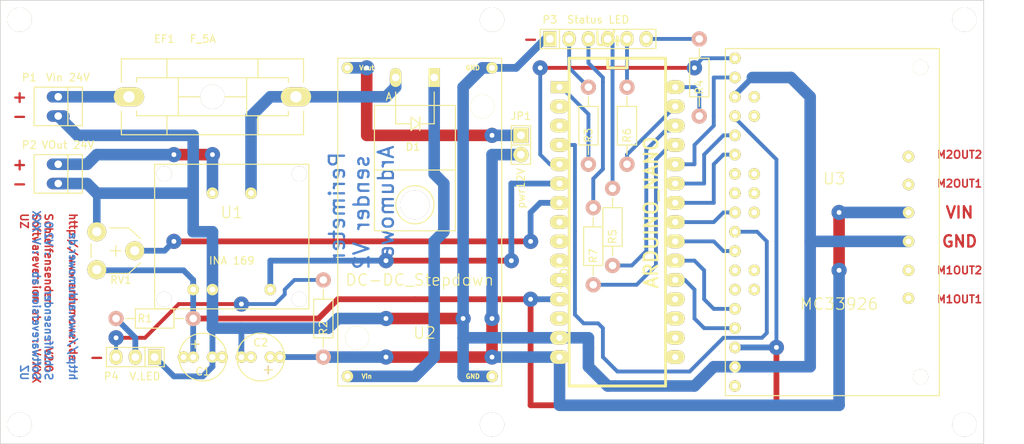
<source format=kicad_pcb>
(kicad_pcb (version 4) (host pcbnew "(2015-01-23 BZR 5386)-product")

  (general
    (links 56)
    (no_connects 0)
    (area 132.029999 109.169999 261.670001 167.690001)
    (thickness 1.6)
    (drawings 26)
    (tracks 247)
    (zones 0)
    (modules 27)
    (nets 32)
  )

  (page A3)
  (layers
    (0 F.Cu signal)
    (31 B.Cu signal)
    (32 B.Adhes user)
    (33 F.Adhes user)
    (34 B.Paste user)
    (35 F.Paste user)
    (36 B.SilkS user)
    (37 F.SilkS user)
    (38 B.Mask user)
    (39 F.Mask user)
    (40 Dwgs.User user)
    (41 Cmts.User user)
    (42 Eco1.User user hide)
    (43 Eco2.User user)
    (44 Edge.Cuts user)
  )

  (setup
    (last_trace_width 1)
    (user_trace_width 0.254)
    (user_trace_width 0.508)
    (user_trace_width 0.762)
    (user_trace_width 1.016)
    (user_trace_width 1.27)
    (user_trace_width 1.524)
    (user_trace_width 1.7778)
    (trace_clearance 0.2)
    (zone_clearance 0.508)
    (zone_45_only no)
    (trace_min 0.254)
    (segment_width 0.2)
    (edge_width 0.1)
    (via_size 2)
    (via_drill 0.635)
    (via_min_size 0.889)
    (via_min_drill 0.508)
    (uvia_size 0.508)
    (uvia_drill 0.127)
    (uvias_allowed no)
    (uvia_min_size 0.508)
    (uvia_min_drill 0.127)
    (pcb_text_width 0.3)
    (pcb_text_size 1.5 1.5)
    (mod_edge_width 0.15)
    (mod_text_size 1 1)
    (mod_text_width 0.15)
    (pad_size 1.8 2.5)
    (pad_drill 0.8128)
    (pad_to_mask_clearance 0)
    (aux_axis_origin 0 0)
    (visible_elements 7FFFFFFF)
    (pcbplotparams
      (layerselection 0x00030_80000001)
      (usegerberextensions true)
      (excludeedgelayer true)
      (linewidth 0.150000)
      (plotframeref false)
      (viasonmask false)
      (mode 1)
      (useauxorigin false)
      (hpglpennumber 1)
      (hpglpenspeed 20)
      (hpglpendiameter 15)
      (hpglpenoverlay 2)
      (psnegative false)
      (psa4output false)
      (plotreference true)
      (plotvalue true)
      (plotinvisibletext false)
      (padsonsilk false)
      (subtractmaskfromsilk false)
      (outputformat 1)
      (mirror false)
      (drillshape 0)
      (scaleselection 1)
      (outputdirectory "C:/Dropbox/CAD/Kicad/Robomow/Perimeter sender V2/Perimeter sender V2 production files/"))
  )

  (net 0 "")
  (net 1 +5V)
  (net 2 GND)
  (net 3 +12V)
  (net 4 "Net-(D1-Pad2)")
  (net 5 "Net-(D1-Pad1)")
  (net 6 "Net-(EF1-Pad2)")
  (net 7 "Net-(JP1-Pad1)")
  (net 8 "Net-(P2-Pad1)")
  (net 9 Mover_in_Ladestation)
  (net 10 M1_DuoLED_Schleife1_Grün)
  (net 11 M1_DuoLED_Schleife1_Rot)
  (net 12 M2_DuoLED_Schleife2_Grün)
  (net 13 M2_DuoLED_Schleife2_Rot)
  (net 14 LED_5V)
  (net 15 LED_12V)
  (net 16 "Net-(R3-Pad2)")
  (net 17 "Net-(R4-Pad2)")
  (net 18 "Net-(R5-Pad2)")
  (net 19 "Net-(R6-Pad2)")
  (net 20 "Net-(R7-Pad2)")
  (net 21 POTI)
  (net 22 INA169)
  (net 23 M1IN2)
  (net 24 M1IN1)
  (net 25 M1nSF)
  (net 26 M1FB)
  (net 27 EN)
  (net 28 M2IN2)
  (net 29 M2IN1)
  (net 30 M2nSF)
  (net 31 M2FB)

  (net_class Default "This is the default net class."
    (clearance 0.2)
    (trace_width 1)
    (via_dia 2)
    (via_drill 0.635)
    (uvia_dia 0.508)
    (uvia_drill 0.127)
    (add_net +12V)
    (add_net +5V)
    (add_net EN)
    (add_net GND)
    (add_net INA169)
    (add_net LED_12V)
    (add_net LED_5V)
    (add_net M1FB)
    (add_net M1IN1)
    (add_net M1IN2)
    (add_net M1_DuoLED_Schleife1_Grün)
    (add_net M1_DuoLED_Schleife1_Rot)
    (add_net M1nSF)
    (add_net M2FB)
    (add_net M2IN1)
    (add_net M2IN2)
    (add_net M2_DuoLED_Schleife2_Grün)
    (add_net M2_DuoLED_Schleife2_Rot)
    (add_net M2nSF)
    (add_net Mover_in_Ladestation)
    (add_net "Net-(D1-Pad1)")
    (add_net "Net-(D1-Pad2)")
    (add_net "Net-(EF1-Pad2)")
    (add_net "Net-(JP1-Pad1)")
    (add_net "Net-(P2-Pad1)")
    (add_net "Net-(R3-Pad2)")
    (add_net "Net-(R4-Pad2)")
    (add_net "Net-(R5-Pad2)")
    (add_net "Net-(R6-Pad2)")
    (add_net "Net-(R7-Pad2)")
    (add_net POTI)
  )

  (module sender_v2:MC_33926_31polig_mit_Bohrloch_neue_Masse (layer F.Cu) (tedit 54D69166) (tstamp 54D65EB9)
    (at 266.7 165.1 90)
    (path /53A98109)
    (fp_text reference U3 (at 32.385 -24.765 180) (layer F.SilkS)
      (effects (font (size 1.5 1.5) (thickness 0.15)))
    )
    (fp_text value MC33926 (at 15.875 -24.13 180) (layer F.SilkS)
      (effects (font (size 1.5 1.5) (thickness 0.15)))
    )
    (fp_circle (center 17.78 -35.306) (end 17.907 -35.052) (layer F.SilkS) (width 0.15))
    (fp_circle (center 20.32 -35.306) (end 20.447 -35.052) (layer F.SilkS) (width 0.15))
    (fp_circle (center 27.94 -35.306) (end 28.067 -35.052) (layer F.SilkS) (width 0.15))
    (fp_circle (center 30.48 -35.306) (end 30.607 -35.052) (layer F.SilkS) (width 0.15))
    (fp_circle (center 33.02 -35.306) (end 33.147 -35.052) (layer F.SilkS) (width 0.15))
    (fp_circle (center 40.64 -35.306) (end 40.767 -35.052) (layer F.SilkS) (width 0.15))
    (fp_circle (center 43.18 -35.306) (end 43.434 -35.179) (layer F.SilkS) (width 0.15))
    (fp_circle (center 6.2865 -13.3985) (end 7.0485 -13.9065) (layer F.SilkS) (width 0.15))
    (fp_circle (center 47.0535 -13.3985) (end 47.8155 -13.9065) (layer F.SilkS) (width 0.15))
    (fp_circle (center 47.0535 -13.3985) (end 47.8155 -13.9065) (layer F.SilkS) (width 0.15))
    (fp_circle (center 47.0535 -13.3985) (end 47.8155 -13.9065) (layer F.SilkS) (width 0.15))
    (fp_circle (center 47.0535 -13.3985) (end 47.8155 -13.9065) (layer F.SilkS) (width 0.15))
    (fp_line (start 3.81 -10.922) (end 3.81 -39.116) (layer F.SilkS) (width 0.15))
    (fp_line (start 3.81 -39.116) (end 49.53 -39.116) (layer F.SilkS) (width 0.15))
    (fp_line (start 49.53 -39.116) (end 49.53 -10.922) (layer F.SilkS) (width 0.15))
    (fp_line (start 49.53 -10.922) (end 3.81 -10.922) (layer F.SilkS) (width 0.15))
    (pad 1 thru_hole circle (at 5.08 -37.846 90) (size 1.524 1.524) (drill 0.762) (layers *.Cu *.Mask F.SilkS))
    (pad 2 thru_hole circle (at 7.62 -37.846 90) (size 1.524 1.524) (drill 0.762) (layers *.Cu *.Mask F.SilkS)
      (net 2 GND))
    (pad 3 thru_hole circle (at 10.16 -37.846 90) (size 1.524 1.524) (drill 0.762) (layers *.Cu *.Mask F.SilkS)
      (net 1 +5V))
    (pad 4 thru_hole circle (at 12.7 -37.846 90) (size 1.524 1.524) (drill 0.762) (layers *.Cu *.Mask F.SilkS)
      (net 23 M1IN2))
    (pad 5 thru_hole circle (at 15.24 -37.846 90) (size 1.524 1.524) (drill 0.762) (layers *.Cu *.Mask F.SilkS)
      (net 24 M1IN1))
    (pad 6 thru_hole circle (at 17.78 -37.846 90) (size 1.524 1.524) (drill 0.762) (layers *.Cu *.Mask F.SilkS))
    (pad 7 thru_hole circle (at 20.32 -37.846 90) (size 1.524 1.524) (drill 0.762) (layers *.Cu *.Mask F.SilkS))
    (pad 8 thru_hole circle (at 22.86 -37.846 90) (size 1.524 1.524) (drill 0.762) (layers *.Cu *.Mask F.SilkS)
      (net 25 M1nSF))
    (pad 9 thru_hole circle (at 25.4 -37.846 90) (size 1.524 1.524) (drill 0.762) (layers *.Cu *.Mask F.SilkS)
      (net 26 M1FB))
    (pad 10 thru_hole circle (at 27.94 -37.846 90) (size 1.524 1.524) (drill 0.762) (layers *.Cu *.Mask F.SilkS)
      (net 27 EN))
    (pad 11 thru_hole circle (at 30.48 -37.846 90) (size 1.524 1.524) (drill 0.762) (layers *.Cu *.Mask F.SilkS))
    (pad 12 thru_hole circle (at 33.02 -37.846 90) (size 1.524 1.524) (drill 0.762) (layers *.Cu *.Mask F.SilkS))
    (pad 13 thru_hole circle (at 35.56 -37.846 90) (size 1.524 1.524) (drill 0.762) (layers *.Cu *.Mask F.SilkS)
      (net 28 M2IN2))
    (pad 14 thru_hole circle (at 38.1 -37.846 90) (size 1.524 1.524) (drill 0.762) (layers *.Cu *.Mask F.SilkS)
      (net 29 M2IN1))
    (pad 15 thru_hole circle (at 40.64 -37.846 90) (size 1.524 1.524) (drill 0.762) (layers *.Cu *.Mask F.SilkS)
      (net 1 +5V))
    (pad 16 thru_hole circle (at 43.18 -37.846 90) (size 1.524 1.524) (drill 0.762) (layers *.Cu *.Mask F.SilkS)
      (net 2 GND))
    (pad 17 thru_hole circle (at 45.72 -37.846 90) (size 1.524 1.524) (drill 0.762) (layers *.Cu *.Mask F.SilkS)
      (net 30 M2nSF))
    (pad 18 thru_hole circle (at 48.26 -37.846 90) (size 1.524 1.524) (drill 0.762) (layers *.Cu *.Mask F.SilkS)
      (net 31 M2FB))
    (pad 19 thru_hole circle (at 16.637 -14.986 90) (size 1.524 1.524) (drill 0.762) (layers *.Cu *.Mask F.SilkS))
    (pad 20 thru_hole circle (at 20.32 -14.986 90) (size 1.524 1.524) (drill 0.762) (layers *.Cu *.Mask F.SilkS))
    (pad 21 thru_hole circle (at 24.13 -14.986 90) (size 1.524 1.524) (drill 0.762) (layers *.Cu *.Mask F.SilkS)
      (net 2 GND))
    (pad 22 thru_hole circle (at 27.94 -14.986 90) (size 1.524 1.524) (drill 0.762) (layers *.Cu *.Mask F.SilkS)
      (net 3 +12V))
    (pad 23 thru_hole circle (at 31.623 -14.986 90) (size 1.524 1.524) (drill 0.762) (layers *.Cu *.Mask F.SilkS))
    (pad 24 thru_hole circle (at 35.306 -14.986 90) (size 1.524 1.524) (drill 0.762) (layers *.Cu *.Mask F.SilkS))
    (pad 25 thru_hole circle (at 17.78 -35.306 90) (size 1.524 1.524) (drill 0.762) (layers *.Cu *.Mask F.SilkS))
    (pad 26 thru_hole circle (at 20.32 -35.306 90) (size 1.524 1.524) (drill 0.762) (layers *.Cu *.Mask F.SilkS))
    (pad 27 thru_hole circle (at 27.94 -35.306 90) (size 1.524 1.524) (drill 0.762) (layers *.Cu *.Mask F.SilkS))
    (pad 28 thru_hole circle (at 30.48 -35.306 90) (size 1.524 1.524) (drill 0.762) (layers *.Cu *.Mask F.SilkS))
    (pad 29 thru_hole circle (at 33.02 -35.306 90) (size 1.524 1.524) (drill 0.762) (layers *.Cu *.Mask F.SilkS))
    (pad 30 thru_hole circle (at 40.64 -35.306 90) (size 1.524 1.524) (drill 0.762) (layers *.Cu *.Mask F.SilkS))
    (pad 31 thru_hole circle (at 43.18 -35.306 90) (size 1.524 1.524) (drill 0.762) (layers *.Cu *.Mask F.SilkS))
    (pad ~ thru_hole circle (at 6.2865 -13.3985 90) (size 2 2) (drill 2) (layers *.Cu *.Mask F.SilkS))
    (pad ~ thru_hole circle (at 47.0535 -13.3985 90) (size 2 2) (drill 2) (layers *.Cu *.Mask F.SilkS))
  )

  (module Zacs712:Resistor_Horizontal_RM10mm (layer F.Cu) (tedit 54D690B0) (tstamp 54D5FFBC)
    (at 210.185 141.605 270)
    (descr "Resistor, Axial,  RM 10mm, 1/3W,")
    (tags "Resistor, Axial, RM 10mm, 1/3W,")
    (path /53A992CD)
    (fp_text reference R7 (at 1.27 0 270) (layer F.SilkS)
      (effects (font (size 1 1) (thickness 0.15)))
    )
    (fp_text value 220R (at 3.81 3.81 270) (layer F.SilkS)
      (effects (font (size 1 1) (thickness 0.15)))
    )
    (fp_line (start -2.54 -1.27) (end 2.54 -1.27) (layer F.SilkS) (width 0.15))
    (fp_line (start 2.54 -1.27) (end 2.54 1.27) (layer F.SilkS) (width 0.15))
    (fp_line (start 2.54 1.27) (end -2.54 1.27) (layer F.SilkS) (width 0.15))
    (fp_line (start -2.54 1.27) (end -2.54 -1.27) (layer F.SilkS) (width 0.15))
    (fp_line (start -2.54 0) (end -3.81 0) (layer F.SilkS) (width 0.15))
    (fp_line (start 2.54 0) (end 3.81 0) (layer F.SilkS) (width 0.15))
    (pad 1 thru_hole circle (at -5.08 0 270) (size 1.99898 1.99898) (drill 1.00076) (layers *.Cu *.SilkS *.Mask)
      (net 10 M1_DuoLED_Schleife1_Grün))
    (pad 2 thru_hole circle (at 5.08 0 270) (size 1.99898 1.99898) (drill 1.00076) (layers *.Cu *.SilkS *.Mask)
      (net 20 "Net-(R7-Pad2)"))
    (model Resistors_ThroughHole/Resistor_Horizontal_RM10mm.wrl
      (at (xyz 0 0 0))
      (scale (xyz 0.4 0.4 0.4))
      (rotate (xyz 0 0 0))
    )
  )

  (module sender_v2:Elko_vert_11.2x6.3mm_RM2.5_RM5.0 (layer F.Cu) (tedit 54D691CE) (tstamp 54D65E27)
    (at 157.48 156.21)
    (descr "Electrolytic Capacitor, vertical, diameter 6,3mm, RM 2,5mm, radial,")
    (tags "Electrolytic Capacitor, vertical, diameter 6,3mm, RM 2,5mm, Elko, Electrolytkondensator, Kondensator gepolt, Durchmesser 6,3mm, radial,")
    (path /54D555BA)
    (fp_text reference C1 (at 1.27 1.905 180) (layer F.SilkS)
      (effects (font (size 1 1) (thickness 0.15)))
    )
    (fp_text value 100uF (at 1.27 4.445) (layer F.SilkS) hide
      (effects (font (size 1 1) (thickness 0.15)))
    )
    (fp_line (start 0.26924 -2.19964) (end 0.26924 -1.19888) (layer F.SilkS) (width 0.15))
    (fp_line (start -0.23114 -1.69926) (end 0.76962 -1.69926) (layer F.SilkS) (width 0.15))
    (fp_line (start 0.26924 -1.69926) (end 0.76962 -1.69926) (layer F.Cu) (width 0.15))
    (fp_line (start 0.26924 -1.69926) (end 0.26924 -2.19964) (layer F.Cu) (width 0.15))
    (fp_line (start -0.23114 -1.69926) (end 0.26924 -1.69926) (layer F.Cu) (width 0.15))
    (fp_line (start 0.26924 -1.69926) (end 0.26924 -1.30048) (layer F.Cu) (width 0.15))
    (fp_line (start 0.26924 -1.30048) (end 0.26924 -1.19888) (layer F.Cu) (width 0.15))
    (fp_circle (center 1.27 0) (end 4.4196 0) (layer F.SilkS) (width 0.15))
    (pad 2 thru_hole circle (at 2.54 0) (size 1.50114 1.50114) (drill 0.8001) (layers *.Cu *.Mask F.SilkS)
      (net 2 GND))
    (pad 1 thru_hole circle (at 0 0) (size 1.50114 1.50114) (drill 0.8001) (layers *.Cu *.Mask F.SilkS)
      (net 1 +5V))
    (pad 1 thru_hole circle (at -1.27 0) (size 1.524 1.524) (drill 0.762) (layers *.Cu *.Mask F.SilkS)
      (net 1 +5V))
    (pad 2 thru_hole circle (at 3.81 0) (size 1.524 1.524) (drill 0.762) (layers *.Cu *.Mask F.SilkS)
      (net 2 GND))
    (model Capacitors_Elko_ThroughHole/Elko_vert_11.2x6.3mm_RM2.5.wrl
      (at (xyz 0 0 0))
      (scale (xyz 1 1 1))
      (rotate (xyz 0 0 0))
    )
  )

  (module sender_v2:Elko_vert_11.2x6.3mm_RM2.5_RM5.0 (layer F.Cu) (tedit 54D691F3) (tstamp 54D65E2E)
    (at 167.64 156.21 180)
    (descr "Electrolytic Capacitor, vertical, diameter 6,3mm, RM 2,5mm, radial,")
    (tags "Electrolytic Capacitor, vertical, diameter 6,3mm, RM 2,5mm, Elko, Electrolytkondensator, Kondensator gepolt, Durchmesser 6,3mm, radial,")
    (path /54D55373)
    (fp_text reference C2 (at 1.27 1.905 180) (layer F.SilkS)
      (effects (font (size 1 1) (thickness 0.15)))
    )
    (fp_text value 100uF (at 1.27 -4.445 180) (layer F.SilkS) hide
      (effects (font (size 1 1) (thickness 0.15)))
    )
    (fp_line (start 0.26924 -2.19964) (end 0.26924 -1.19888) (layer F.SilkS) (width 0.15))
    (fp_line (start -0.23114 -1.69926) (end 0.76962 -1.69926) (layer F.SilkS) (width 0.15))
    (fp_line (start 0.26924 -1.69926) (end 0.76962 -1.69926) (layer F.Cu) (width 0.15))
    (fp_line (start 0.26924 -1.69926) (end 0.26924 -2.19964) (layer F.Cu) (width 0.15))
    (fp_line (start -0.23114 -1.69926) (end 0.26924 -1.69926) (layer F.Cu) (width 0.15))
    (fp_line (start 0.26924 -1.69926) (end 0.26924 -1.30048) (layer F.Cu) (width 0.15))
    (fp_line (start 0.26924 -1.30048) (end 0.26924 -1.19888) (layer F.Cu) (width 0.15))
    (fp_circle (center 1.27 0) (end 4.4196 0) (layer F.SilkS) (width 0.15))
    (pad 2 thru_hole circle (at 2.54 0 180) (size 1.50114 1.50114) (drill 0.8001) (layers *.Cu *.Mask F.SilkS)
      (net 2 GND))
    (pad 1 thru_hole circle (at 0 0 180) (size 1.50114 1.50114) (drill 0.8001) (layers *.Cu *.Mask F.SilkS)
      (net 3 +12V))
    (pad 1 thru_hole circle (at -1.27 0 180) (size 1.524 1.524) (drill 0.762) (layers *.Cu *.Mask F.SilkS)
      (net 3 +12V))
    (pad 2 thru_hole circle (at 3.81 0 180) (size 1.524 1.524) (drill 0.762) (layers *.Cu *.Mask F.SilkS)
      (net 2 GND))
    (model Capacitors_Elko_ThroughHole/Elko_vert_11.2x6.3mm_RM2.5.wrl
      (at (xyz 0 0 0))
      (scale (xyz 1 1 1))
      (rotate (xyz 0 0 0))
    )
  )

  (module sender_v2:MBR1045_Horizontal (layer F.Cu) (tedit 54D6905D) (tstamp 54D65E35)
    (at 186.69 119.38 180)
    (descr "TO-220, Bipolar-BCE, Horizontal,")
    (tags "TO-220, Bipolar-BCE, Horizontal,")
    (path /54D55CFC)
    (fp_text reference D1 (at 0.254 -9.144 180) (layer F.SilkS)
      (effects (font (size 1 1) (thickness 0.15)))
    )
    (fp_text value "MBR 1045" (at 0.635 -10.795 180) (layer F.SilkS) hide
      (effects (font (size 1 1) (thickness 0.15)))
    )
    (fp_text user A (at 3.429 -2.54 180) (layer F.SilkS)
      (effects (font (size 1 1) (thickness 0.15)))
    )
    (fp_line (start -0.635 -6.096) (end -2.54 -6.096) (layer F.SilkS) (width 0.15))
    (fp_line (start -2.54 -6.096) (end -2.54 -3.683) (layer F.SilkS) (width 0.15))
    (fp_line (start 0.508 -6.096) (end 2.54 -6.096) (layer F.SilkS) (width 0.15))
    (fp_line (start 2.54 -6.096) (end 2.54 -3.683) (layer F.SilkS) (width 0.15))
    (fp_line (start -0.635 -6.096) (end 0.508 -6.985) (layer F.SilkS) (width 0.15))
    (fp_line (start 0.508 -6.985) (end 0.508 -5.207) (layer F.SilkS) (width 0.15))
    (fp_line (start 0.508 -5.207) (end -0.635 -6.096) (layer F.SilkS) (width 0.15))
    (fp_line (start -0.635 -6.985) (end -0.635 -5.207) (layer F.SilkS) (width 0.15))
    (fp_circle (center 0 -16.764) (end 1.778 -14.986) (layer F.SilkS) (width 0.15))
    (fp_line (start -2.54 -3.683) (end -2.54 -1.905) (layer F.SilkS) (width 0.15))
    (fp_line (start 2.54 -3.683) (end 2.54 -1.905) (layer F.SilkS) (width 0.15))
    (fp_line (start 5.334 -12.192) (end 5.334 -20.193) (layer F.SilkS) (width 0.15))
    (fp_line (start 5.334 -20.193) (end -5.334 -20.193) (layer F.SilkS) (width 0.15))
    (fp_line (start -5.334 -20.193) (end -5.334 -12.192) (layer F.SilkS) (width 0.15))
    (fp_line (start 5.334 -3.683) (end 5.334 -12.192) (layer F.SilkS) (width 0.15))
    (fp_line (start 5.334 -12.192) (end -5.334 -12.192) (layer F.SilkS) (width 0.15))
    (fp_line (start -5.334 -12.192) (end -5.334 -3.683) (layer F.SilkS) (width 0.15))
    (fp_line (start 0 -3.683) (end -5.334 -3.683) (layer F.SilkS) (width 0.15))
    (fp_line (start 0 -3.683) (end 5.334 -3.683) (layer F.SilkS) (width 0.15))
    (pad 2 thru_hole rect (at -2.54 0 270) (size 2.49936 1.50114) (drill 1.00076) (layers *.Cu *.Mask F.SilkS)
      (net 4 "Net-(D1-Pad2)"))
    (pad 1 thru_hole oval (at 2.54 0 270) (size 2.49936 1.50114) (drill 1.00076) (layers *.Cu *.Mask F.SilkS)
      (net 5 "Net-(D1-Pad1)"))
    (pad 3 thru_hole circle (at 0 -16.764 270) (size 3.79984 3.79984) (drill 3.79984) (layers *.Cu *.Mask F.SilkS))
    (model Diodes_ThroughHole/Diode_TO-220_Horizontal.wrl
      (at (xyz 0 0 0))
      (scale (xyz 0.3937 0.3937 0.3937))
      (rotate (xyz 0 0 0))
    )
  )

  (module sender_v2:Fuseholder_Reichelt_PL112000 (layer F.Cu) (tedit 54D6995F) (tstamp 54D65E3B)
    (at 160.02 121.92 180)
    (descr "Fuseholder, 5x20, Semi closed, horizontal, Casing 10x25mm,")
    (tags "Fuseholder, 5x20, Semi closed, horizontal, Casing 10x25mm, Sicherungshalter, halbgeschlossen,")
    (path /54D55253)
    (fp_text reference EF1 (at 6.35 7.62 180) (layer F.SilkS)
      (effects (font (size 1 1) (thickness 0.15)))
    )
    (fp_text value F_5A (at 1.27 7.62 180) (layer F.SilkS)
      (effects (font (size 1 1) (thickness 0.15)))
    )
    (fp_line (start -5.99948 -2.49936) (end -5.99948 -5.00126) (layer F.SilkS) (width 0.15))
    (fp_line (start -5.99948 5.00126) (end -5.99948 2.49936) (layer F.SilkS) (width 0.15))
    (fp_line (start 5.99948 5.00126) (end 5.99948 2.49936) (layer F.SilkS) (width 0.15))
    (fp_line (start 5.99948 -5.00126) (end 5.99948 -2.49936) (layer F.SilkS) (width 0.15))
    (fp_line (start -4.50088 0) (end 4.50088 0) (layer F.SilkS) (width 0.15))
    (fp_line (start -4.50088 -2.49936) (end -4.50088 2.49936) (layer F.SilkS) (width 0.15))
    (fp_line (start 4.50088 -2.49936) (end 4.50088 2.49936) (layer F.SilkS) (width 0.15))
    (fp_line (start 9.99998 -1.89992) (end 9.99998 -2.49936) (layer F.SilkS) (width 0.15))
    (fp_line (start -9.99998 1.89992) (end -9.99998 2.49936) (layer F.SilkS) (width 0.15))
    (fp_line (start -9.99998 2.49936) (end 9.99998 2.49936) (layer F.SilkS) (width 0.15))
    (fp_line (start 9.99998 2.49936) (end 9.99998 1.89992) (layer F.SilkS) (width 0.15))
    (fp_line (start 9.99998 -2.49936) (end -9.99998 -2.49936) (layer F.SilkS) (width 0.15))
    (fp_line (start -9.99998 -2.49936) (end -9.99998 -1.89992) (layer F.SilkS) (width 0.15))
    (fp_line (start 11.99896 -1.89992) (end 11.99896 -5.00126) (layer F.SilkS) (width 0.15))
    (fp_line (start -11.99896 1.89992) (end -11.99896 5.00126) (layer F.SilkS) (width 0.15))
    (fp_line (start -11.99896 5.00126) (end 11.99896 5.00126) (layer F.SilkS) (width 0.15))
    (fp_line (start 11.99896 5.00126) (end 11.99896 1.89992) (layer F.SilkS) (width 0.15))
    (fp_line (start 11.99896 -5.00126) (end -11.99896 -5.00126) (layer F.SilkS) (width 0.15))
    (fp_line (start -11.99896 -5.00126) (end -11.99896 -1.89992) (layer F.SilkS) (width 0.15))
    (pad 2 thru_hole oval (at 11.00074 0 90) (size 2.49936 4.0005) (drill 1.50114) (layers *.Cu *.Mask F.SilkS)
      (net 6 "Net-(EF1-Pad2)"))
    (pad 1 thru_hole oval (at -11.00074 0 90) (size 2.49936 4.0005) (drill 1.50114) (layers *.Cu *.Mask F.SilkS)
      (net 5 "Net-(D1-Pad1)"))
    (pad ~ thru_hole circle (at 0 0 180) (size 3.2 3.2) (drill 3.2) (layers *.Cu *.Mask F.SilkS))
    (model fuse_socket/fuse_socket.wrl
      (at (xyz 0 0 0))
      (scale (xyz 1 1 1))
      (rotate (xyz 0 0 0))
    )
  )

  (module sender_v2:Pin_Header_Straight_1x02 (layer F.Cu) (tedit 54D69100) (tstamp 54D65E41)
    (at 200.66 128.27 270)
    (descr "Through hole pin header")
    (tags "pin header")
    (path /54D53A2E)
    (fp_text reference JP1 (at -3.81 0 360) (layer F.SilkS)
      (effects (font (size 1 1) (thickness 0.15)))
    )
    (fp_text value pwr12V (at 5.715 0 270) (layer F.SilkS)
      (effects (font (size 1 1) (thickness 0.15)))
    )
    (fp_line (start 0 -1.27) (end 0 1.27) (layer F.SilkS) (width 0.15))
    (fp_line (start -2.54 -1.27) (end -2.54 1.27) (layer F.SilkS) (width 0.15))
    (fp_line (start -2.54 1.27) (end 0 1.27) (layer F.SilkS) (width 0.15))
    (fp_line (start 0 1.27) (end 2.54 1.27) (layer F.SilkS) (width 0.15))
    (fp_line (start 2.54 1.27) (end 2.54 -1.27) (layer F.SilkS) (width 0.15))
    (fp_line (start 2.54 -1.27) (end -2.54 -1.27) (layer F.SilkS) (width 0.15))
    (pad 1 thru_hole rect (at -1.27 0 270) (size 2.032 2.032) (drill 1.016) (layers *.Cu *.Mask F.SilkS)
      (net 7 "Net-(JP1-Pad1)"))
    (pad 2 thru_hole oval (at 1.27 0 270) (size 2.032 2.032) (drill 1.016) (layers *.Cu *.Mask F.SilkS)
      (net 3 +12V))
    (model Pin_Headers/Pin_Header_Straight_1x02.wrl
      (at (xyz 0 0 0))
      (scale (xyz 1 1 1))
      (rotate (xyz 0 0 0))
    )
  )

  (module sender_v2:Aschlussklemme_2p_3D (layer F.Cu) (tedit 54D68F81) (tstamp 54D65E46)
    (at 139.7 123.19 270)
    (path /54D4FE5B)
    (attr virtual)
    (fp_text reference P1 (at -3.81 3.81 360) (layer F.SilkS)
      (effects (font (size 1 1) (thickness 0.15)))
    )
    (fp_text value "Vin 24V" (at -3.81 -1.27 360) (layer F.SilkS)
      (effects (font (size 1 1) (thickness 0.15)))
    )
    (fp_line (start 2.54 -1.27) (end -2.54 -1.27) (layer F.SilkS) (width 0.15))
    (fp_line (start 2.54 3.175) (end -2.54 3.175) (layer F.SilkS) (width 0.15))
    (fp_line (start -2.54 -3.175) (end 2.54 -3.175) (layer F.SilkS) (width 0.15))
    (fp_line (start -2.54 -3.175) (end -2.54 3.175) (layer F.SilkS) (width 0.15))
    (fp_line (start 2.54 -3.175) (end 2.54 3.175) (layer F.SilkS) (width 0.15))
    (pad 1 thru_hole oval (at -1.27 0 270) (size 1.50622 3.01498) (drill 0.99822) (layers *.Cu *.Mask)
      (net 6 "Net-(EF1-Pad2)"))
    (pad 2 thru_hole oval (at 1.27 0 270) (size 1.50622 3.01498) (drill 0.99822) (layers *.Cu *.Mask)
      (net 2 GND))
    (model F:/Arbeit/KICAD/walter.pretty/conn_pt-1_5/pt_1,5-2-3,5-h.wrl
      (at (xyz 0 -0.02 0))
      (scale (xyz 0.75 0.75 0.55))
      (rotate (xyz 0 0 0))
    )
  )

  (module sender_v2:Aschlussklemme_2p_3D (layer F.Cu) (tedit 54D68F92) (tstamp 54D65E4B)
    (at 139.7 132.08 270)
    (path /54D4FE86)
    (attr virtual)
    (fp_text reference P2 (at -3.81 3.81 360) (layer F.SilkS)
      (effects (font (size 1 1) (thickness 0.15)))
    )
    (fp_text value "VOut 24V" (at -3.81 -1.27 360) (layer F.SilkS)
      (effects (font (size 1 1) (thickness 0.15)))
    )
    (fp_line (start 2.54 -1.27) (end -2.54 -1.27) (layer F.SilkS) (width 0.15))
    (fp_line (start 2.54 3.175) (end -2.54 3.175) (layer F.SilkS) (width 0.15))
    (fp_line (start -2.54 -3.175) (end 2.54 -3.175) (layer F.SilkS) (width 0.15))
    (fp_line (start -2.54 -3.175) (end -2.54 3.175) (layer F.SilkS) (width 0.15))
    (fp_line (start 2.54 -3.175) (end 2.54 3.175) (layer F.SilkS) (width 0.15))
    (pad 1 thru_hole oval (at -1.27 0 270) (size 1.50622 3.01498) (drill 0.99822) (layers *.Cu *.Mask)
      (net 8 "Net-(P2-Pad1)"))
    (pad 2 thru_hole oval (at 1.27 0 270) (size 1.50622 3.01498) (drill 0.99822) (layers *.Cu *.Mask)
      (net 2 GND))
    (model F:/Arbeit/KICAD/walter.pretty/conn_pt-1_5/pt_1,5-2-3,5-h.wrl
      (at (xyz 0 -0.02 0))
      (scale (xyz 0.75 0.75 0.55))
      (rotate (xyz 0 0 0))
    )
  )

  (module sender_v2:Pin_Header_Straight_1x06 (layer F.Cu) (tedit 54D6907E) (tstamp 54D68BFB)
    (at 210.82 114.3)
    (descr "Through hole pin header")
    (tags "pin header")
    (path /54D5527A)
    (fp_text reference P3 (at -6.35 -2.54) (layer F.SilkS)
      (effects (font (size 1 1) (thickness 0.15)))
    )
    (fp_text value "Status LED" (at 0 -2.54) (layer F.SilkS)
      (effects (font (size 1 1) (thickness 0.15)))
    )
    (fp_line (start -5.08 -1.27) (end 7.62 -1.27) (layer F.SilkS) (width 0.15))
    (fp_line (start 7.62 -1.27) (end 7.62 1.27) (layer F.SilkS) (width 0.15))
    (fp_line (start 7.62 1.27) (end -5.08 1.27) (layer F.SilkS) (width 0.15))
    (fp_line (start -7.62 -1.27) (end -5.08 -1.27) (layer F.SilkS) (width 0.15))
    (fp_line (start -5.08 -1.27) (end -5.08 1.27) (layer F.SilkS) (width 0.15))
    (fp_line (start -7.62 -1.27) (end -7.62 1.27) (layer F.SilkS) (width 0.15))
    (fp_line (start -7.62 1.27) (end -5.08 1.27) (layer F.SilkS) (width 0.15))
    (pad 1 thru_hole rect (at -6.35 0) (size 1.7272 2.032) (drill 1.016) (layers *.Cu *.Mask F.SilkS)
      (net 2 GND))
    (pad 2 thru_hole oval (at -3.81 0) (size 1.7272 2.032) (drill 1.016) (layers *.Cu *.Mask F.SilkS)
      (net 9 Mover_in_Ladestation))
    (pad 3 thru_hole oval (at -1.27 0) (size 1.7272 2.032) (drill 1.016) (layers *.Cu *.Mask F.SilkS)
      (net 10 M1_DuoLED_Schleife1_Grün))
    (pad 4 thru_hole oval (at 1.27 0) (size 1.7272 2.032) (drill 1.016) (layers *.Cu *.Mask F.SilkS)
      (net 11 M1_DuoLED_Schleife1_Rot))
    (pad 5 thru_hole oval (at 3.81 0) (size 1.7272 2.032) (drill 1.016) (layers *.Cu *.Mask F.SilkS)
      (net 12 M2_DuoLED_Schleife2_Grün))
    (pad 6 thru_hole oval (at 6.35 0) (size 1.7272 2.032) (drill 1.016) (layers *.Cu *.Mask F.SilkS)
      (net 13 M2_DuoLED_Schleife2_Rot))
    (model Pin_Headers/Pin_Header_Straight_1x06.wrl
      (at (xyz 0 0 0))
      (scale (xyz 1 1 1))
      (rotate (xyz 0 0 0))
    )
  )

  (module sender_v2:Pin_Header_Straight_1x03 (layer F.Cu) (tedit 54D6917D) (tstamp 54D65E59)
    (at 149.86 156.21 180)
    (descr "Through hole pin header")
    (tags "pin header")
    (path /54D57EFB)
    (fp_text reference P4 (at 3.175 -2.54 180) (layer F.SilkS)
      (effects (font (size 1 1) (thickness 0.15)))
    )
    (fp_text value V.LED (at -1.27 -2.54 180) (layer F.SilkS)
      (effects (font (size 1 1) (thickness 0.15)))
    )
    (fp_line (start -1.27 1.27) (end 3.81 1.27) (layer F.SilkS) (width 0.15))
    (fp_line (start 3.81 1.27) (end 3.81 -1.27) (layer F.SilkS) (width 0.15))
    (fp_line (start 3.81 -1.27) (end -1.27 -1.27) (layer F.SilkS) (width 0.15))
    (fp_line (start -3.81 -1.27) (end -1.27 -1.27) (layer F.SilkS) (width 0.15))
    (fp_line (start -1.27 -1.27) (end -1.27 1.27) (layer F.SilkS) (width 0.15))
    (fp_line (start -3.81 -1.27) (end -3.81 1.27) (layer F.SilkS) (width 0.15))
    (fp_line (start -3.81 1.27) (end -1.27 1.27) (layer F.SilkS) (width 0.15))
    (pad 1 thru_hole rect (at -2.54 0 180) (size 1.7272 2.032) (drill 1.016) (layers *.Cu *.Mask F.SilkS)
      (net 2 GND))
    (pad 2 thru_hole oval (at 0 0 180) (size 1.7272 2.032) (drill 1.016) (layers *.Cu *.Mask F.SilkS)
      (net 14 LED_5V))
    (pad 3 thru_hole oval (at 2.54 0 180) (size 1.7272 2.032) (drill 1.016) (layers *.Cu *.Mask F.SilkS)
      (net 15 LED_12V))
    (model Pin_Headers/Pin_Header_Straight_1x03.wrl
      (at (xyz 0 0 0))
      (scale (xyz 1 1 1))
      (rotate (xyz 0 0 0))
    )
  )

  (module sender_v2:Resistor_Horizontal_RM10mm (layer F.Cu) (tedit 54D69007) (tstamp 54D65E5F)
    (at 152.4 151.13 180)
    (descr "Resistor, Axial,  RM 10mm, 1/3W,")
    (tags "Resistor, Axial, RM 10mm, 1/3W,")
    (path /54D586F5)
    (fp_text reference R1 (at 1.27 0 180) (layer F.SilkS)
      (effects (font (size 1 1) (thickness 0.15)))
    )
    (fp_text value 220R (at 0 -1.905 180) (layer F.SilkS) hide
      (effects (font (size 1 1) (thickness 0.15)))
    )
    (fp_line (start -2.54 -1.27) (end 2.54 -1.27) (layer F.SilkS) (width 0.15))
    (fp_line (start 2.54 -1.27) (end 2.54 1.27) (layer F.SilkS) (width 0.15))
    (fp_line (start 2.54 1.27) (end -2.54 1.27) (layer F.SilkS) (width 0.15))
    (fp_line (start -2.54 1.27) (end -2.54 -1.27) (layer F.SilkS) (width 0.15))
    (fp_line (start -2.54 0) (end -3.81 0) (layer F.SilkS) (width 0.15))
    (fp_line (start 2.54 0) (end 3.81 0) (layer F.SilkS) (width 0.15))
    (pad 1 thru_hole circle (at -5.08 0 180) (size 1.99898 1.99898) (drill 1.00076) (layers *.Cu *.SilkS *.Mask)
      (net 1 +5V))
    (pad 2 thru_hole circle (at 5.08 0 180) (size 1.99898 1.99898) (drill 1.00076) (layers *.Cu *.SilkS *.Mask)
      (net 14 LED_5V))
    (model Resistors_ThroughHole/Resistor_Horizontal_RM10mm.wrl
      (at (xyz 0 0 0))
      (scale (xyz 0.4 0.4 0.4))
      (rotate (xyz 0 0 0))
    )
  )

  (module sender_v2:Resistor_Horizontal_RM10mm (layer F.Cu) (tedit 54D69015) (tstamp 54D65E64)
    (at 174.625 151.13 90)
    (descr "Resistor, Axial,  RM 10mm, 1/3W,")
    (tags "Resistor, Axial, RM 10mm, 1/3W,")
    (path /54D588A5)
    (fp_text reference R2 (at -1.27 0 90) (layer F.SilkS)
      (effects (font (size 1 1) (thickness 0.15)))
    )
    (fp_text value 220R (at -0.635 -2.54 90) (layer F.SilkS) hide
      (effects (font (size 1 1) (thickness 0.15)))
    )
    (fp_line (start -2.54 -1.27) (end 2.54 -1.27) (layer F.SilkS) (width 0.15))
    (fp_line (start 2.54 -1.27) (end 2.54 1.27) (layer F.SilkS) (width 0.15))
    (fp_line (start 2.54 1.27) (end -2.54 1.27) (layer F.SilkS) (width 0.15))
    (fp_line (start -2.54 1.27) (end -2.54 -1.27) (layer F.SilkS) (width 0.15))
    (fp_line (start -2.54 0) (end -3.81 0) (layer F.SilkS) (width 0.15))
    (fp_line (start 2.54 0) (end 3.81 0) (layer F.SilkS) (width 0.15))
    (pad 1 thru_hole circle (at -5.08 0 90) (size 1.99898 1.99898) (drill 1.00076) (layers *.Cu *.SilkS *.Mask)
      (net 3 +12V))
    (pad 2 thru_hole circle (at 5.08 0 90) (size 1.99898 1.99898) (drill 1.00076) (layers *.Cu *.SilkS *.Mask)
      (net 15 LED_12V))
    (model Resistors_ThroughHole/Resistor_Horizontal_RM10mm.wrl
      (at (xyz 0 0 0))
      (scale (xyz 0.4 0.4 0.4))
      (rotate (xyz 0 0 0))
    )
  )

  (module sender_v2:Resistor_Horizontal_RM10mm (layer F.Cu) (tedit 54D690E7) (tstamp 54D65E69)
    (at 209.55 125.73 270)
    (descr "Resistor, Axial,  RM 10mm, 1/3W,")
    (tags "Resistor, Axial, RM 10mm, 1/3W,")
    (path /54D5428C)
    (fp_text reference R3 (at 1.27 0 270) (layer F.SilkS)
      (effects (font (size 1 1) (thickness 0.15)))
    )
    (fp_text value 220R (at -2.54 0 270) (layer F.SilkS) hide
      (effects (font (size 1 1) (thickness 0.15)))
    )
    (fp_line (start -2.54 -1.27) (end 2.54 -1.27) (layer F.SilkS) (width 0.15))
    (fp_line (start 2.54 -1.27) (end 2.54 1.27) (layer F.SilkS) (width 0.15))
    (fp_line (start 2.54 1.27) (end -2.54 1.27) (layer F.SilkS) (width 0.15))
    (fp_line (start -2.54 1.27) (end -2.54 -1.27) (layer F.SilkS) (width 0.15))
    (fp_line (start -2.54 0) (end -3.81 0) (layer F.SilkS) (width 0.15))
    (fp_line (start 2.54 0) (end 3.81 0) (layer F.SilkS) (width 0.15))
    (pad 1 thru_hole circle (at -5.08 0 270) (size 1.99898 1.99898) (drill 1.00076) (layers *.Cu *.SilkS *.Mask)
      (net 9 Mover_in_Ladestation))
    (pad 2 thru_hole circle (at 5.08 0 270) (size 1.99898 1.99898) (drill 1.00076) (layers *.Cu *.SilkS *.Mask)
      (net 16 "Net-(R3-Pad2)"))
    (model Resistors_ThroughHole/Resistor_Horizontal_RM10mm.wrl
      (at (xyz 0 0 0))
      (scale (xyz 0.4 0.4 0.4))
      (rotate (xyz 0 0 0))
    )
  )

  (module sender_v2:Resistor_Horizontal_RM10mm (layer F.Cu) (tedit 54D6953B) (tstamp 54D65E6E)
    (at 224.155 119.38 270)
    (descr "Resistor, Axial,  RM 10mm, 1/3W,")
    (tags "Resistor, Axial, RM 10mm, 1/3W,")
    (path /54D5424D)
    (fp_text reference R4 (at 1.27 0 270) (layer F.SilkS)
      (effects (font (size 1 1) (thickness 0.15)))
    )
    (fp_text value 220R (at 0 -1.905 270) (layer F.SilkS) hide
      (effects (font (size 1 1) (thickness 0.15)))
    )
    (fp_line (start -2.54 -1.27) (end 2.54 -1.27) (layer F.SilkS) (width 0.15))
    (fp_line (start 2.54 -1.27) (end 2.54 1.27) (layer F.SilkS) (width 0.15))
    (fp_line (start 2.54 1.27) (end -2.54 1.27) (layer F.SilkS) (width 0.15))
    (fp_line (start -2.54 1.27) (end -2.54 -1.27) (layer F.SilkS) (width 0.15))
    (fp_line (start -2.54 0) (end -3.81 0) (layer F.SilkS) (width 0.15))
    (fp_line (start 2.54 0) (end 3.81 0) (layer F.SilkS) (width 0.15))
    (pad 1 thru_hole circle (at -5.08 0 270) (size 1.99898 1.99898) (drill 1.00076) (layers *.Cu *.SilkS *.Mask)
      (net 13 M2_DuoLED_Schleife2_Rot))
    (pad 2 thru_hole circle (at 5.08 0 270) (size 1.99898 1.99898) (drill 1.00076) (layers *.Cu *.SilkS *.Mask)
      (net 17 "Net-(R4-Pad2)"))
    (model Resistors_ThroughHole/Resistor_Horizontal_RM10mm.wrl
      (at (xyz 0 0 0))
      (scale (xyz 0.4 0.4 0.4))
      (rotate (xyz 0 0 0))
    )
  )

  (module sender_v2:Resistor_Horizontal_RM10mm (layer F.Cu) (tedit 54D690BF) (tstamp 54D65E73)
    (at 212.725 139.065 270)
    (descr "Resistor, Axial,  RM 10mm, 1/3W,")
    (tags "Resistor, Axial, RM 10mm, 1/3W,")
    (path /53A992DC)
    (fp_text reference R5 (at 1.27 0 270) (layer F.SilkS)
      (effects (font (size 1 1) (thickness 0.15)))
    )
    (fp_text value 220R (at -2.54 0 270) (layer F.SilkS) hide
      (effects (font (size 1 1) (thickness 0.15)))
    )
    (fp_line (start -2.54 -1.27) (end 2.54 -1.27) (layer F.SilkS) (width 0.15))
    (fp_line (start 2.54 -1.27) (end 2.54 1.27) (layer F.SilkS) (width 0.15))
    (fp_line (start 2.54 1.27) (end -2.54 1.27) (layer F.SilkS) (width 0.15))
    (fp_line (start -2.54 1.27) (end -2.54 -1.27) (layer F.SilkS) (width 0.15))
    (fp_line (start -2.54 0) (end -3.81 0) (layer F.SilkS) (width 0.15))
    (fp_line (start 2.54 0) (end 3.81 0) (layer F.SilkS) (width 0.15))
    (pad 1 thru_hole circle (at -5.08 0 270) (size 1.99898 1.99898) (drill 1.00076) (layers *.Cu *.SilkS *.Mask)
      (net 11 M1_DuoLED_Schleife1_Rot))
    (pad 2 thru_hole circle (at 5.08 0 270) (size 1.99898 1.99898) (drill 1.00076) (layers *.Cu *.SilkS *.Mask)
      (net 18 "Net-(R5-Pad2)"))
    (model Resistors_ThroughHole/Resistor_Horizontal_RM10mm.wrl
      (at (xyz 0 0 0))
      (scale (xyz 0.4 0.4 0.4))
      (rotate (xyz 0 0 0))
    )
  )

  (module sender_v2:Resistor_Horizontal_RM10mm (layer F.Cu) (tedit 54D690DB) (tstamp 54D65E78)
    (at 214.63 125.73 270)
    (descr "Resistor, Axial,  RM 10mm, 1/3W,")
    (tags "Resistor, Axial, RM 10mm, 1/3W,")
    (path /54D53F97)
    (fp_text reference R6 (at 1.27 0 270) (layer F.SilkS)
      (effects (font (size 1 1) (thickness 0.15)))
    )
    (fp_text value 220R (at -2.54 0 270) (layer F.SilkS) hide
      (effects (font (size 1 1) (thickness 0.15)))
    )
    (fp_line (start -2.54 -1.27) (end 2.54 -1.27) (layer F.SilkS) (width 0.15))
    (fp_line (start 2.54 -1.27) (end 2.54 1.27) (layer F.SilkS) (width 0.15))
    (fp_line (start 2.54 1.27) (end -2.54 1.27) (layer F.SilkS) (width 0.15))
    (fp_line (start -2.54 1.27) (end -2.54 -1.27) (layer F.SilkS) (width 0.15))
    (fp_line (start -2.54 0) (end -3.81 0) (layer F.SilkS) (width 0.15))
    (fp_line (start 2.54 0) (end 3.81 0) (layer F.SilkS) (width 0.15))
    (pad 1 thru_hole circle (at -5.08 0 270) (size 1.99898 1.99898) (drill 1.00076) (layers *.Cu *.SilkS *.Mask)
      (net 12 M2_DuoLED_Schleife2_Grün))
    (pad 2 thru_hole circle (at 5.08 0 270) (size 1.99898 1.99898) (drill 1.00076) (layers *.Cu *.SilkS *.Mask)
      (net 19 "Net-(R6-Pad2)"))
    (model Resistors_ThroughHole/Resistor_Horizontal_RM10mm.wrl
      (at (xyz 0 0 0))
      (scale (xyz 0.4 0.4 0.4))
      (rotate (xyz 0 0 0))
    )
  )

  (module sender_v2:Potentiometer_VishaySpectrol-Econtrim-Type36T_3D (layer F.Cu) (tedit 54D69579) (tstamp 54D65E7D)
    (at 144.78 139.7 270)
    (descr "Potentiometer, Trimmer, Spectrol Type 36T, Econtrim, Rev A, 02 Aug 2010,")
    (tags "Potentiometer, Trimmer, Spectrol Type 36T, Econtrim, Rev A, 02 Aug 2010,")
    (path /54D524A0)
    (fp_text reference RV1 (at 6.35 -3.175 360) (layer F.SilkS)
      (effects (font (size 1 1) (thickness 0.15)))
    )
    (fp_text value POT (at -1.27 -3.175 360) (layer F.SilkS) hide
      (effects (font (size 1 1) (thickness 0.15)))
    )
    (fp_line (start 1.6002 0.75184) (end 3.39852 0.75184) (layer F.SilkS) (width 0.15))
    (fp_line (start 2.49936 -1.79832) (end 2.49936 -3.2004) (layer F.SilkS) (width 0.15))
    (fp_line (start 1.79832 -2.49936) (end 3.2004 -2.49936) (layer F.SilkS) (width 0.15))
    (fp_line (start 4.09956 -5.75056) (end 5.4991 -4.19862) (layer F.SilkS) (width 0.15))
    (fp_line (start 5.4991 -4.19862) (end 5.4991 -1.69926) (layer F.SilkS) (width 0.15))
    (fp_line (start 0.89916 -5.75056) (end -0.50038 -4.19862) (layer F.SilkS) (width 0.15))
    (fp_line (start -0.50038 -4.19862) (end -0.50038 -1.69926) (layer F.SilkS) (width 0.15))
    (pad 2 thru_hole circle (at 2.49936 -4.99872 270) (size 2.49936 2.49936) (drill 1.19888) (layers *.Cu *.Mask F.SilkS)
      (net 21 POTI))
    (pad 3 thru_hole circle (at 4.99872 0 270) (size 2.49936 2.49936) (drill 1.19888) (layers *.Cu *.Mask F.SilkS)
      (net 1 +5V))
    (pad 1 thru_hole circle (at 0 0 270) (size 2.49936 2.49936) (drill 1.19888) (layers *.Cu *.Mask F.SilkS)
      (net 2 GND))
    (model Potentiometers/Potentiometer_Triwood_RM-065.wrl
      (at (xyz 0 0 0))
      (scale (xyz 4 4 4))
      (rotate (xyz 0 0 0))
    )
  )

  (module sender_v2:INA169 (layer F.Cu) (tedit 54D68FC6) (tstamp 54D65EA4)
    (at 162.56 139.7)
    (path /54D51331)
    (fp_text reference U1 (at 0 -2.54 180) (layer F.SilkS)
      (effects (font (size 1.5 1.5) (thickness 0.15)))
    )
    (fp_text value "INA 169" (at 0 3.81 180) (layer F.SilkS)
      (effects (font (size 1 1) (thickness 0.15)))
    )
    (fp_line (start -10.16 10.16) (end 10.16 10.16) (layer F.SilkS) (width 0.15))
    (fp_line (start 10.16 10.16) (end 10.16 -8.89) (layer F.SilkS) (width 0.15))
    (fp_line (start 10.16 -8.89) (end -10.16 -8.89) (layer F.SilkS) (width 0.15))
    (fp_line (start -10.16 -8.89) (end -10.16 10.16) (layer F.SilkS) (width 0.15))
    (pad 2 thru_hole circle (at -2.54 7.62) (size 1.524 1.524) (drill 0.762) (layers *.Cu *.Mask F.SilkS)
      (net 2 GND))
    (pad 1 thru_hole circle (at -5.08 7.62) (size 1.524 1.524) (drill 0.762) (layers *.Cu *.Mask F.SilkS)
      (net 1 +5V))
    (pad 3 thru_hole circle (at 5.08 7.62) (size 1.524 1.524) (drill 0.762) (layers *.Cu *.Mask F.SilkS)
      (net 22 INA169))
    (pad 5 thru_hole circle (at -2.54 -5.08) (size 1.524 1.524) (drill 0.762) (layers *.Cu *.Mask F.SilkS)
      (net 8 "Net-(P2-Pad1)"))
    (pad 4 thru_hole circle (at 2.54 -5.08) (size 1.524 1.524) (drill 0.762) (layers *.Cu *.Mask F.SilkS)
      (net 5 "Net-(D1-Pad1)"))
    (pad "" thru_hole circle (at -8.89 8.89) (size 2 2) (drill 2) (layers *.Cu *.Mask F.SilkS))
    (pad "" thru_hole circle (at 8.89 8.89) (size 2 2) (drill 2) (layers *.Cu *.Mask F.SilkS))
    (pad "" thru_hole circle (at -8.89 -7.62) (size 2 2) (drill 2) (layers *.Cu *.Mask F.SilkS))
    (pad "" thru_hole circle (at 8.89 -7.62) (size 2 2) (drill 2) (layers *.Cu *.Mask F.SilkS))
  )

  (module sender_v2:DC_DC_DSN2596_mit_Bohrloch (layer F.Cu) (tedit 54D6913A) (tstamp 54D691F8)
    (at 198.12 160.02 90)
    (path /54D4FA89)
    (fp_text reference U2 (at 6.985 -10.16 180) (layer F.SilkS)
      (effects (font (size 1.5 1.5) (thickness 0.15)))
    )
    (fp_text value DC-DC_Stepdown (at 13.97 -10.795 180) (layer F.SilkS)
      (effects (font (size 1.5 1.5) (thickness 0.15)))
    )
    (fp_circle (center 36.84 -2.54) (end 35.34 -2.54) (layer F.SilkS) (width 0.15))
    (fp_circle (center 6.34 -19.04) (end 4.84 -19.04) (layer F.SilkS) (width 0.15))
    (fp_text user Vout (at 41.91 -17.78 180) (layer F.SilkS)
      (effects (font (size 0.6 0.6) (thickness 0.15)))
    )
    (fp_text user Vin (at 1.27 -17.78 180) (layer F.SilkS)
      (effects (font (size 0.6 0.6) (thickness 0.15)))
    )
    (fp_text user GND (at 1.27 -3.81 180) (layer F.SilkS)
      (effects (font (size 0.6 0.6) (thickness 0.15)))
    )
    (fp_text user GND (at 41.91 -3.81 180) (layer F.SilkS)
      (effects (font (size 0.6 0.6) (thickness 0.15)))
    )
    (fp_line (start 0 -21.59) (end 43.18 -21.59) (layer F.SilkS) (width 0.15))
    (fp_line (start 43.18 -21.59) (end 43.18 0) (layer F.SilkS) (width 0.15))
    (fp_line (start 43.18 0) (end 0 0) (layer F.SilkS) (width 0.15))
    (fp_line (start 0 0) (end 0 -21.59) (layer F.SilkS) (width 0.15))
    (pad 2 thru_hole circle (at 41.91 -20.32 90) (size 1.524 1.524) (drill 0.762) (layers *.Cu *.Mask F.SilkS)
      (net 7 "Net-(JP1-Pad1)"))
    (pad 1 thru_hole circle (at 41.91 -1.27 90) (size 1.524 1.524) (drill 0.762) (layers *.Cu *.Mask F.SilkS)
      (net 2 GND))
    (pad 4 thru_hole circle (at 1.27 -1.27 90) (size 1.524 1.524) (drill 0.762) (layers *.Cu *.Mask F.SilkS)
      (net 2 GND))
    (pad 3 thru_hole circle (at 1.27 -20.32 90) (size 1.524 1.524) (drill 0.762) (layers *.Cu *.Mask F.SilkS)
      (net 4 "Net-(D1-Pad2)"))
    (pad ~ thru_hole circle (at 6.34 -19.04 90) (size 3.1 3.1) (drill 3.1) (layers *.Cu *.Mask F.SilkS))
    (pad ~ thru_hole circle (at 36.84 -2.54 90) (size 3.1 3.1) (drill 3.1) (layers *.Cu *.Mask F.SilkS))
  )

  (module sender_v2:arduino_nano (layer F.Cu) (tedit 54D690A1) (tstamp 54D6717C)
    (at 213.36 139.7 270)
    (descr "30 pins DIL package, elliptical pads, width 600mil (arduino mini)")
    (tags "DIL arduino mini")
    (path /54D6487C)
    (fp_text reference U4 (at -25.4 1.27 360) (layer F.SilkS)
      (effects (font (size 1.778 1.778) (thickness 0.3048)))
    )
    (fp_text value ARDUINO_NANO (at -2.54 -4.445 270) (layer F.SilkS)
      (effects (font (size 1.778 1.778) (thickness 0.3048)))
    )
    (fp_line (start -22.86 -6.35) (end 20.32 -6.35) (layer F.SilkS) (width 0.381))
    (fp_line (start 20.32 -6.35) (end 20.32 6.35) (layer F.SilkS) (width 0.381))
    (fp_line (start 20.32 6.35) (end -22.86 6.35) (layer F.SilkS) (width 0.381))
    (fp_line (start -22.86 6.35) (end -22.86 -6.35) (layer F.SilkS) (width 0.381))
    (fp_line (start -22.86 1.27) (end -21.59 1.27) (layer F.SilkS) (width 0.381))
    (fp_line (start -21.59 1.27) (end -21.59 -1.27) (layer F.SilkS) (width 0.381))
    (fp_line (start -21.59 -1.27) (end -22.86 -1.27) (layer F.SilkS) (width 0.381))
    (pad D13 thru_hole rect (at -19.05 7.62 270) (size 1.5748 2.286) (drill 0.8128) (layers *.Cu *.Mask F.SilkS)
      (net 16 "Net-(R3-Pad2)"))
    (pad 3V3 thru_hole oval (at -16.51 7.62 270) (size 1.8 2.5) (drill 0.8128) (layers *.Cu *.Mask F.SilkS))
    (pad REF thru_hole oval (at -13.97 7.62 270) (size 1.8 2.5) (drill 0.8128) (layers *.Cu *.Mask F.SilkS))
    (pad A0 thru_hole oval (at -11.43 7.62 270) (size 1.8 2.5) (drill 0.8128) (layers *.Cu *.Mask F.SilkS)
      (net 26 M1FB))
    (pad A1 thru_hole oval (at -8.89 7.62 270) (size 1.8 2.5) (drill 0.8128) (layers *.Cu *.Mask F.SilkS)
      (net 31 M2FB))
    (pad A2 thru_hole oval (at -6.35 7.62 270) (size 1.8 2.5) (drill 0.8128) (layers *.Cu *.Mask F.SilkS)
      (net 22 INA169))
    (pad A3 thru_hole oval (at -3.81 7.62 270) (size 1.8 2.5) (drill 0.8128) (layers *.Cu *.Mask F.SilkS)
      (net 21 POTI))
    (pad A4 thru_hole oval (at -1.27 7.62 270) (size 1.8 2.5) (drill 0.8128) (layers *.Cu *.Mask F.SilkS))
    (pad A5 thru_hole oval (at 1.27 7.62 270) (size 1.8 2.5) (drill 0.8128) (layers *.Cu *.Mask F.SilkS))
    (pad A6 thru_hole oval (at 3.81 7.62 270) (size 1.8 2.5) (drill 0.8128) (layers *.Cu *.Mask F.SilkS))
    (pad A7 thru_hole oval (at 6.35 7.62 270) (size 1.8 2.5) (drill 0.8128) (layers *.Cu *.Mask F.SilkS))
    (pad 5V thru_hole oval (at 8.89 7.62 270) (size 1.8 2.5) (drill 0.8128) (layers *.Cu *.Mask F.SilkS)
      (net 1 +5V))
    (pad RST0 thru_hole oval (at 11.43 7.62 270) (size 1.8 2.5) (drill 0.8128) (layers *.Cu *.Mask F.SilkS))
    (pad GND1 thru_hole oval (at 13.97 7.62 270) (size 1.8 2.5) (drill 0.8128) (layers *.Cu *.Mask F.SilkS)
      (net 2 GND))
    (pad VIN thru_hole oval (at 16.51 7.62 270) (size 1.8 2.5) (drill 0.8128) (layers *.Cu *.Mask F.SilkS)
      (net 3 +12V))
    (pad TX1 thru_hole oval (at 16.51 -7.62 270) (size 1.8 2.5) (drill 0.8128) (layers *.Cu *.Mask F.SilkS))
    (pad RX0 thru_hole oval (at 13.97 -7.62 270) (size 1.8 2.5) (drill 0.8128) (layers *.Cu *.Mask F.SilkS))
    (pad RST1 thru_hole oval (at 11.43 -7.62 270) (size 1.8 2.5) (drill 0.8128) (layers *.Cu *.Mask F.SilkS))
    (pad GND0 thru_hole oval (at 8.89 -7.62 270) (size 1.8 2.5) (drill 0.8128) (layers *.Cu *.Mask F.SilkS))
    (pad D2 thru_hole oval (at 6.35 -7.62 270) (size 1.8 2.5) (drill 0.8128) (layers *.Cu *.Mask F.SilkS)
      (net 23 M1IN2))
    (pad D3 thru_hole oval (at 3.81 -7.62 270) (size 1.8 2.5) (drill 0.8128) (layers *.Cu *.Mask F.SilkS)
      (net 24 M1IN1))
    (pad D4 thru_hole oval (at 1.27 -7.62 270) (size 1.8 2.5) (drill 0.8128) (layers *.Cu *.Mask F.SilkS)
      (net 25 M1nSF))
    (pad D5 thru_hole oval (at -1.27 -7.62 270) (size 1.8 2.5) (drill 0.8128) (layers *.Cu *.Mask F.SilkS)
      (net 27 EN))
    (pad D6 thru_hole oval (at -3.81 -7.62 270) (size 1.8 2.5) (drill 0.8128) (layers *.Cu *.Mask F.SilkS)
      (net 28 M2IN2))
    (pad D7 thru_hole oval (at -6.35 -7.62 270) (size 1.8 2.5) (drill 0.8128) (layers *.Cu *.Mask F.SilkS)
      (net 29 M2IN1))
    (pad D8 thru_hole oval (at -8.89 -7.62 270) (size 1.8 2.5) (drill 0.8128) (layers *.Cu *.Mask F.SilkS)
      (net 30 M2nSF))
    (pad D9 thru_hole oval (at -11.43 -7.62 270) (size 1.8 2.5) (drill 0.8128) (layers *.Cu *.Mask F.SilkS)
      (net 20 "Net-(R7-Pad2)"))
    (pad D10 thru_hole oval (at -13.97 -7.62 270) (size 1.8 2.5) (drill 0.8128) (layers *.Cu *.Mask F.SilkS)
      (net 18 "Net-(R5-Pad2)"))
    (pad D11 thru_hole oval (at -16.51 -7.62 270) (size 1.8 2.5) (drill 0.8128) (layers *.Cu *.Mask F.SilkS)
      (net 19 "Net-(R6-Pad2)"))
    (pad D12 thru_hole oval (at -19.05 -7.62 270) (size 1.8 2.5) (drill 0.8128) (layers *.Cu *.Mask F.SilkS)
      (net 17 "Net-(R4-Pad2)"))
    (model arduino_nano.wrl
      (at (xyz -0.978 -0.385 0))
      (scale (xyz 0.3937 0.3937 0.3937))
      (rotate (xyz 0 0 0))
    )
  )

  (module sender_v2:Bohrloch_3,2mm (layer F.Cu) (tedit 54D68F10) (tstamp 54D689EB)
    (at 134.62 111.76)
    (path /54D689DE)
    (fp_text reference B1 (at 0 -2.54) (layer F.SilkS) hide
      (effects (font (size 1.5 1.5) (thickness 0.15)))
    )
    (fp_text value Bohrloch_3,2mm (at 12.7 0) (layer F.SilkS) hide
      (effects (font (size 1.5 1.5) (thickness 0.15)))
    )
    (pad 1 thru_hole circle (at 0 0) (size 3.2 3.2) (drill 3.2) (layers *.Cu *.Mask F.SilkS))
  )

  (module sender_v2:Bohrloch_3,2mm (layer F.Cu) (tedit 54D689F4) (tstamp 54D689F0)
    (at 196.85 111.76)
    (path /54D68AA0)
    (fp_text reference B2 (at 0 -2.54) (layer F.SilkS) hide
      (effects (font (size 1.5 1.5) (thickness 0.15)))
    )
    (fp_text value Bohrloch_3,2mm (at 0 2.54) (layer F.SilkS) hide
      (effects (font (size 1.5 1.5) (thickness 0.15)))
    )
    (pad 1 thru_hole circle (at 0 0) (size 3.2 3.2) (drill 3.2) (layers *.Cu *.Mask F.SilkS))
  )

  (module sender_v2:Bohrloch_3,2mm (layer F.Cu) (tedit 54D68F29) (tstamp 54D689F5)
    (at 259.08 111.76)
    (path /54D68AE1)
    (fp_text reference B3 (at 0 -2.54) (layer F.SilkS) hide
      (effects (font (size 1.5 1.5) (thickness 0.15)))
    )
    (fp_text value Bohrloch_3,2mm (at -13.97 0) (layer F.SilkS) hide
      (effects (font (size 1.5 1.5) (thickness 0.15)))
    )
    (pad 1 thru_hole circle (at 0 0) (size 3.2 3.2) (drill 3.2) (layers *.Cu *.Mask F.SilkS))
  )

  (module sender_v2:Bohrloch_3,2mm (layer F.Cu) (tedit 54D68F15) (tstamp 54D689FA)
    (at 134.62 165.1)
    (path /54D68B23)
    (fp_text reference B4 (at 0 -2.54) (layer F.SilkS) hide
      (effects (font (size 1.5 1.5) (thickness 0.15)))
    )
    (fp_text value Bohrloch_3,2mm (at 12.7 0) (layer F.SilkS) hide
      (effects (font (size 1.5 1.5) (thickness 0.15)))
    )
    (pad 1 thru_hole circle (at 0 0) (size 3.2 3.2) (drill 3.2) (layers *.Cu *.Mask F.SilkS))
  )

  (module sender_v2:Bohrloch_3,2mm (layer F.Cu) (tedit 54D68F1B) (tstamp 54D689FF)
    (at 196.85 165.1)
    (path /54D68B6A)
    (fp_text reference B5 (at 0 -2.54) (layer F.SilkS) hide
      (effects (font (size 1.5 1.5) (thickness 0.15)))
    )
    (fp_text value Bohrloch_3,2mm (at -12.7 0) (layer F.SilkS) hide
      (effects (font (size 1.5 1.5) (thickness 0.15)))
    )
    (pad 1 thru_hole circle (at 0 0) (size 3.2 3.2) (drill 3.2) (layers *.Cu *.Mask F.SilkS))
  )

  (module sender_v2:Bohrloch_3,2mm (layer F.Cu) (tedit 54D68F22) (tstamp 54D68A04)
    (at 259.08 165.1)
    (path /54D68BA6)
    (fp_text reference B6 (at 0 -2.54) (layer F.SilkS) hide
      (effects (font (size 1.5 1.5) (thickness 0.15)))
    )
    (fp_text value Bohrloch_3,2mm (at -11.43 0) (layer F.SilkS) hide
      (effects (font (size 1.5 1.5) (thickness 0.15)))
    )
    (pad 1 thru_hole circle (at 0 0) (size 3.2 3.2) (drill 3.2) (layers *.Cu *.Mask F.SilkS))
  )

  (gr_text "http://www.ardumower.de\n\nSchleifensender      : V2.0\nSoftwareversion ab   : V XXX\nUZ" (at 138.43 159.385 270) (layer B.Cu)
    (effects (font (size 1 1) (thickness 0.2)) (justify left mirror))
  )
  (gr_text "http://www.ardumower.de\n\nSchleifensender      : V2.0\nSoftwareversion ab   : V XXX\nUZ" (at 138.43 137.16 270) (layer F.Cu)
    (effects (font (size 1 1) (thickness 0.2)) (justify left))
  )
  (gr_text M1OUT1 (at 258.445 148.59) (layer F.Cu)
    (effects (font (size 1 1) (thickness 0.2)))
  )
  (gr_text M1OUT2 (at 258.445 144.78) (layer F.Cu)
    (effects (font (size 1 1) (thickness 0.2)))
  )
  (gr_text M2OUT2 (at 258.445 129.54) (layer F.Cu)
    (effects (font (size 1 1) (thickness 0.2)))
  )
  (gr_text M2OUT1 (at 258.445 133.35) (layer F.Cu)
    (effects (font (size 1 1) (thickness 0.2)))
  )
  (gr_text GND (at 258.445 140.97) (layer F.Cu)
    (effects (font (size 1.5 1.5) (thickness 0.3)))
  )
  (gr_text VIN (at 258.445 137.16) (layer F.Cu)
    (effects (font (size 1.5 1.5) (thickness 0.3)))
  )
  (gr_text - (at 144.78 156.21) (layer F.Cu)
    (effects (font (size 1.5 1.5) (thickness 0.3)))
  )
  (gr_text - (at 201.93 114.3) (layer F.Cu)
    (effects (font (size 1.5 1.5) (thickness 0.3)))
  )
  (gr_text + (at 134.62 130.81) (layer F.Cu)
    (effects (font (size 1.5 1.5) (thickness 0.3)))
  )
  (gr_text + (at 134.62 121.92) (layer F.Cu)
    (effects (font (size 1.5 1.5) (thickness 0.3)))
  )
  (gr_text - (at 134.62 124.46) (layer F.Cu)
    (effects (font (size 1.5 1.5) (thickness 0.3)) (justify mirror))
  )
  (gr_text - (at 134.62 133.35) (layer F.Cu)
    (effects (font (size 1.5 1.5) (thickness 0.3)) (justify mirror))
  )
  (dimension 58.42 (width 0.3) (layer Eco1.User)
    (gr_text "58,420 mm" (at 124.380001 138.43 270) (layer Eco1.User)
      (effects (font (size 1.5 1.5) (thickness 0.3)))
    )
    (feature1 (pts (xy 132.08 167.64) (xy 123.030001 167.64)))
    (feature2 (pts (xy 132.08 109.22) (xy 123.030001 109.22)))
    (crossbar (pts (xy 125.730001 109.22) (xy 125.730001 167.64)))
    (arrow1a (pts (xy 125.730001 167.64) (xy 125.14358 166.513496)))
    (arrow1b (pts (xy 125.730001 167.64) (xy 126.316422 166.513496)))
    (arrow2a (pts (xy 125.730001 109.22) (xy 125.14358 110.346504)))
    (arrow2b (pts (xy 125.730001 109.22) (xy 126.316422 110.346504)))
  )
  (dimension 53.34 (width 0.3) (layer Eco1.User)
    (gr_text "53,340 mm" (at 128.19 138.43 270) (layer Eco1.User)
      (effects (font (size 1.5 1.5) (thickness 0.3)))
    )
    (feature1 (pts (xy 134.62 165.1) (xy 126.84 165.1)))
    (feature2 (pts (xy 134.62 111.76) (xy 126.84 111.76)))
    (crossbar (pts (xy 129.54 111.76) (xy 129.54 165.1)))
    (arrow1a (pts (xy 129.54 165.1) (xy 128.953579 163.973496)))
    (arrow1b (pts (xy 129.54 165.1) (xy 130.126421 163.973496)))
    (arrow2a (pts (xy 129.54 111.76) (xy 128.953579 112.886504)))
    (arrow2b (pts (xy 129.54 111.76) (xy 130.126421 112.886504)))
  )
  (dimension 129.54 (width 0.3) (layer Eco1.User)
    (gr_text "129,540 mm" (at 196.85 97.71) (layer Eco1.User)
      (effects (font (size 1.5 1.5) (thickness 0.3)))
    )
    (feature1 (pts (xy 261.62 109.22) (xy 261.62 96.36)))
    (feature2 (pts (xy 132.08 109.22) (xy 132.08 96.36)))
    (crossbar (pts (xy 132.08 99.06) (xy 261.62 99.06)))
    (arrow1a (pts (xy 261.62 99.06) (xy 260.493496 99.646421)))
    (arrow1b (pts (xy 261.62 99.06) (xy 260.493496 98.473579)))
    (arrow2a (pts (xy 132.08 99.06) (xy 133.206504 99.646421)))
    (arrow2b (pts (xy 132.08 99.06) (xy 133.206504 98.473579)))
  )
  (dimension 64.77 (width 0.3) (layer Eco1.User)
    (gr_text "64,770 mm" (at 229.235 101.52) (layer Eco1.User)
      (effects (font (size 1.5 1.5) (thickness 0.3)))
    )
    (feature1 (pts (xy 261.62 111.76) (xy 261.62 100.17)))
    (feature2 (pts (xy 196.85 111.76) (xy 196.85 100.17)))
    (crossbar (pts (xy 196.85 102.87) (xy 261.62 102.87)))
    (arrow1a (pts (xy 261.62 102.87) (xy 260.493496 103.456421)))
    (arrow1b (pts (xy 261.62 102.87) (xy 260.493496 102.283579)))
    (arrow2a (pts (xy 196.85 102.87) (xy 197.976504 103.456421)))
    (arrow2b (pts (xy 196.85 102.87) (xy 197.976504 102.283579)))
  )
  (dimension 64.77 (width 0.3) (layer Eco1.User)
    (gr_text "64,770 mm" (at 164.465 101.52) (layer Eco1.User)
      (effects (font (size 1.5 1.5) (thickness 0.3)))
    )
    (feature1 (pts (xy 196.85 109.22) (xy 196.85 100.17)))
    (feature2 (pts (xy 132.08 109.22) (xy 132.08 100.17)))
    (crossbar (pts (xy 132.08 102.87) (xy 196.85 102.87)))
    (arrow1a (pts (xy 196.85 102.87) (xy 195.723496 103.456421)))
    (arrow1b (pts (xy 196.85 102.87) (xy 195.723496 102.283579)))
    (arrow2a (pts (xy 132.08 102.87) (xy 133.206504 103.456421)))
    (arrow2b (pts (xy 132.08 102.87) (xy 133.206504 102.283579)))
  )
  (dimension 62.23 (width 0.3) (layer Eco1.User)
    (gr_text "62,230 mm" (at 227.965 105.33) (layer Eco1.User)
      (effects (font (size 1.5 1.5) (thickness 0.3)))
    )
    (feature1 (pts (xy 259.08 109.22) (xy 259.08 103.98)))
    (feature2 (pts (xy 196.85 109.22) (xy 196.85 103.98)))
    (crossbar (pts (xy 196.85 106.68) (xy 259.08 106.68)))
    (arrow1a (pts (xy 259.08 106.68) (xy 257.953496 107.266421)))
    (arrow1b (pts (xy 259.08 106.68) (xy 257.953496 106.093579)))
    (arrow2a (pts (xy 196.85 106.68) (xy 197.976504 107.266421)))
    (arrow2b (pts (xy 196.85 106.68) (xy 197.976504 106.093579)))
  )
  (dimension 62.23 (width 0.3) (layer Eco1.User)
    (gr_text "62,230 mm" (at 165.735 105.33) (layer Eco1.User)
      (effects (font (size 1.5 1.5) (thickness 0.3)))
    )
    (feature1 (pts (xy 196.85 109.22) (xy 196.85 103.98)))
    (feature2 (pts (xy 134.62 109.22) (xy 134.62 103.98)))
    (crossbar (pts (xy 134.62 106.68) (xy 196.85 106.68)))
    (arrow1a (pts (xy 196.85 106.68) (xy 195.723496 107.266421)))
    (arrow1b (pts (xy 196.85 106.68) (xy 195.723496 106.093579)))
    (arrow2a (pts (xy 134.62 106.68) (xy 135.746504 107.266421)))
    (arrow2b (pts (xy 134.62 106.68) (xy 135.746504 106.093579)))
  )
  (gr_line (start 132.08 109.22) (end 261.62 109.22) (angle 90) (layer Edge.Cuts) (width 0.1))
  (gr_line (start 132.08 167.64) (end 132.08 109.22) (angle 90) (layer Edge.Cuts) (width 0.1))
  (gr_line (start 261.62 167.64) (end 132.08 167.64) (angle 90) (layer Edge.Cuts) (width 0.1))
  (gr_line (start 261.62 109.22) (end 261.62 167.64) (angle 90) (layer Edge.Cuts) (width 0.1))
  (gr_text "Perimeter \nsender V2\nArdumower \n\n\n" (at 182.88 137.16 90) (layer B.Cu)
    (effects (font (size 2 2) (thickness 0.3)) (justify mirror))
  )

  (segment (start 156.21 156.21) (end 157.48 156.21) (width 0.762) (layer B.Cu) (net 1) (status 30))
  (segment (start 173.99 151.13) (end 157.48 151.13) (width 0.762) (layer F.Cu) (net 1) (tstamp 54D668E1))
  (segment (start 205.74 148.59) (end 201.93 148.59) (width 0.762) (layer B.Cu) (net 1))
  (segment (start 186.69 148.59) (end 176.53 148.59) (width 0.762) (layer F.Cu) (net 1) (tstamp 54D6689E))
  (segment (start 201.93 148.59) (end 186.69 148.59) (width 0.762) (layer F.Cu) (net 1) (tstamp 54D6689D))
  (via (at 201.93 148.59) (size 2) (layers F.Cu B.Cu) (net 1))
  (segment (start 176.53 148.59) (end 173.99 151.13) (width 0.762) (layer F.Cu) (net 1) (tstamp 54D668E2))
  (via (at 157.48 151.13) (size 2) (layers F.Cu B.Cu) (net 1))
  (segment (start 157.48 156.21) (end 157.48 151.13) (width 0.762) (layer B.Cu) (net 1))
  (segment (start 157.48 151.13) (end 157.48 147.32) (width 0.762) (layer B.Cu) (net 1))
  (segment (start 201.93 162.56) (end 234.315 162.56) (width 0.762) (layer F.Cu) (net 1) (tstamp 54D6758D))
  (segment (start 234.315 162.56) (end 234.315 154.94) (width 0.762) (layer F.Cu) (net 1) (tstamp 54D67594))
  (via (at 234.315 154.94) (size 2) (layers F.Cu B.Cu) (net 1))
  (segment (start 234.315 154.94) (end 228.854 154.94) (width 0.762) (layer B.Cu) (net 1) (tstamp 54D675A8))
  (segment (start 201.93 148.59) (end 201.93 162.56) (width 0.762) (layer F.Cu) (net 1))
  (segment (start 228.854 124.714) (end 228.854 124.46) (width 0.254) (layer B.Cu) (net 1) (tstamp 54D675DF))
  (segment (start 234.315 130.175) (end 228.854 124.714) (width 0.508) (layer B.Cu) (net 1) (tstamp 54D675D5))
  (segment (start 234.315 154.94) (end 234.315 130.175) (width 0.508) (layer B.Cu) (net 1))
  (segment (start 157.48 146.05) (end 156.21 144.78) (width 0.762) (layer B.Cu) (net 1) (tstamp 54D67EF4))
  (segment (start 156.21 144.78) (end 144.78 144.78) (width 0.762) (layer B.Cu) (net 1) (tstamp 54D67EF5))
  (segment (start 157.48 147.32) (end 157.48 146.05) (width 0.762) (layer B.Cu) (net 1))
  (segment (start 144.78 139.7) (end 144.78 134.62) (width 1) (layer B.Cu) (net 2))
  (segment (start 144.78 134.62) (end 144.78 135.255) (width 1) (layer B.Cu) (net 2) (tstamp 54D697D4))
  (segment (start 144.78 135.255) (end 144.78 134.62) (width 1) (layer B.Cu) (net 2) (tstamp 54D697D7))
  (segment (start 196.85 118.11) (end 200.025 118.11) (width 1.016) (layer B.Cu) (net 2))
  (segment (start 200.025 118.11) (end 203.835 114.3) (width 1.016) (layer B.Cu) (net 2) (tstamp 54D68C21))
  (segment (start 203.835 114.3) (end 204.47 114.3) (width 0.508) (layer B.Cu) (net 2) (tstamp 54D68C23))
  (segment (start 160.02 151.13) (end 160.02 147.32) (width 1.524) (layer B.Cu) (net 2) (tstamp 54D6672C))
  (segment (start 160.02 152.4) (end 160.02 151.13) (width 1.524) (layer B.Cu) (net 2) (tstamp 54D668D1))
  (segment (start 160.02 156.21) (end 160.02 152.4) (width 0.762) (layer B.Cu) (net 2) (tstamp 54D6665E) (status 10))
  (segment (start 161.29 156.21) (end 160.02 156.21) (width 0.762) (layer B.Cu) (net 2) (status 30))
  (segment (start 163.83 152.4) (end 160.02 152.4) (width 1.524) (layer B.Cu) (net 2) (tstamp 54D67271))
  (via (at 182.88 151.13) (size 2) (layers F.Cu B.Cu) (net 2))
  (segment (start 182.88 151.13) (end 193.04 151.13) (width 1.524) (layer F.Cu) (net 2) (tstamp 54D66730))
  (via (at 193.04 151.13) (size 2) (layers F.Cu B.Cu) (net 2))
  (segment (start 175.26 152.4) (end 163.83 152.4) (width 1.524) (layer B.Cu) (net 2) (tstamp 54D668C3))
  (segment (start 176.53 151.13) (end 175.26 152.4) (width 1.524) (layer B.Cu) (net 2) (tstamp 54D668C0))
  (segment (start 182.88 151.13) (end 176.53 151.13) (width 1.524) (layer B.Cu) (net 2))
  (segment (start 157.48 139.7) (end 160.02 139.7) (width 1.524) (layer B.Cu) (net 2) (tstamp 54D66926))
  (segment (start 157.48 134.62) (end 157.48 139.7) (width 1.524) (layer B.Cu) (net 2) (tstamp 54D6699A))
  (segment (start 160.02 139.7) (end 160.02 147.32) (width 1.524) (layer B.Cu) (net 2) (tstamp 54D66927))
  (segment (start 157.48 127) (end 157.48 134.62) (width 1.524) (layer B.Cu) (net 2) (tstamp 54D66921))
  (segment (start 142.24 127) (end 157.48 127) (width 1.524) (layer B.Cu) (net 2) (tstamp 54D6691D))
  (segment (start 139.7 124.46) (end 142.24 127) (width 1.524) (layer B.Cu) (net 2))
  (segment (start 144.78 134.62) (end 144.78 134.62) (width 1.524) (layer B.Cu) (net 2) (tstamp 54D66995))
  (segment (start 144.78 134.62) (end 157.48 134.62) (width 1.524) (layer B.Cu) (net 2) (tstamp 54D697D8))
  (segment (start 143.51 133.35) (end 144.78 134.62) (width 1.524) (layer B.Cu) (net 2) (tstamp 54D66990))
  (segment (start 139.7 133.35) (end 143.51 133.35) (width 1.524) (layer B.Cu) (net 2))
  (segment (start 163.83 156.21) (end 163.83 152.4) (width 0.762) (layer B.Cu) (net 2))
  (segment (start 165.1 156.21) (end 163.83 156.21) (width 0.762) (layer B.Cu) (net 2))
  (segment (start 160.02 157.48) (end 158.75 158.75) (width 0.762) (layer B.Cu) (net 2) (tstamp 54D672A8))
  (segment (start 158.75 158.75) (end 154.94 158.75) (width 0.762) (layer B.Cu) (net 2) (tstamp 54D672A9))
  (segment (start 154.94 158.75) (end 152.4 156.21) (width 0.762) (layer B.Cu) (net 2) (tstamp 54D672AA))
  (segment (start 160.02 156.21) (end 160.02 157.48) (width 0.762) (layer B.Cu) (net 2))
  (segment (start 238.76 140.97) (end 238.76 157.48) (width 1.524) (layer B.Cu) (net 2) (tstamp 54D672D9))
  (segment (start 228.854 157.48) (end 238.76 157.48) (width 1.524) (layer B.Cu) (net 2))
  (segment (start 251.714 140.97) (end 238.76 140.97) (width 1.524) (layer B.Cu) (net 2))
  (segment (start 231.14 119.38) (end 236.22 119.38) (width 1.524) (layer B.Cu) (net 2) (tstamp 54D672E1))
  (segment (start 236.22 119.38) (end 238.76 121.92) (width 1.524) (layer B.Cu) (net 2) (tstamp 54D672E4))
  (segment (start 238.76 121.92) (end 238.76 140.97) (width 1.524) (layer B.Cu) (net 2) (tstamp 54D672D8))
  (segment (start 228.854 121.666) (end 231.14 119.38) (width 0.762) (layer B.Cu) (net 2) (tstamp 54D672E0))
  (segment (start 228.854 121.92) (end 228.854 121.666) (width 0.762) (layer B.Cu) (net 2))
  (segment (start 195.58 118.11) (end 196.85 118.11) (width 1.524) (layer B.Cu) (net 2) (tstamp 54D67C14))
  (segment (start 193.04 120.65) (end 195.58 118.11) (width 1.524) (layer B.Cu) (net 2) (tstamp 54D67C0F))
  (segment (start 193.04 151.13) (end 193.04 120.65) (width 1.524) (layer B.Cu) (net 2))
  (segment (start 193.04 158.75) (end 196.85 158.75) (width 1.524) (layer B.Cu) (net 2) (tstamp 54D67DE9))
  (segment (start 193.04 153.67) (end 193.04 158.75) (width 1.524) (layer B.Cu) (net 2) (tstamp 54D67E2E))
  (segment (start 193.04 151.13) (end 193.04 153.67) (width 1.524) (layer B.Cu) (net 2))
  (segment (start 199.39 153.67) (end 205.74 153.67) (width 1.524) (layer B.Cu) (net 2))
  (segment (start 199.39 153.67) (end 196.85 153.67) (width 1.524) (layer B.Cu) (net 2) (tstamp 54D666FB))
  (segment (start 193.04 153.67) (end 196.85 153.67) (width 1.524) (layer B.Cu) (net 2))
  (segment (start 139.86256 133.51256) (end 139.7 133.35) (width 0.762) (layer B.Cu) (net 2) (tstamp 54D67EFC))
  (segment (start 209.55 153.67) (end 205.74 153.67) (width 1.524) (layer B.Cu) (net 2) (tstamp 54D67FAE))
  (segment (start 209.55 154.94) (end 209.55 153.67) (width 1.524) (layer B.Cu) (net 2) (tstamp 54D67FAB))
  (segment (start 209.55 157.48) (end 209.55 154.94) (width 1.524) (layer B.Cu) (net 2) (tstamp 54D67FAA))
  (segment (start 212.09 160.02) (end 209.55 157.48) (width 1.524) (layer B.Cu) (net 2) (tstamp 54D67FA7))
  (segment (start 223.52 160.02) (end 212.09 160.02) (width 1.524) (layer B.Cu) (net 2) (tstamp 54D67FA4))
  (segment (start 226.06 157.48) (end 223.52 160.02) (width 1.524) (layer B.Cu) (net 2) (tstamp 54D67F9B))
  (segment (start 228.854 157.48) (end 226.06 157.48) (width 1.524) (layer B.Cu) (net 2))
  (via (at 196.85 156.21) (size 2) (layers F.Cu B.Cu) (net 3))
  (segment (start 196.85 156.21) (end 201.93 156.21) (width 1.524) (layer B.Cu) (net 3) (tstamp 54D667F0))
  (segment (start 201.93 156.21) (end 205.74 156.21) (width 1.524) (layer B.Cu) (net 3) (tstamp 54D667F1))
  (segment (start 200.66 129.54) (end 200.66 129.54) (width 0.762) (layer B.Cu) (net 3) (tstamp 54D6687D) (status 20))
  (via (at 196.85 151.13) (size 2) (layers F.Cu B.Cu) (net 3))
  (segment (start 196.85 151.13) (end 196.85 129.54) (width 1.524) (layer B.Cu) (net 3) (tstamp 54D6687A))
  (segment (start 196.85 129.54) (end 200.66 129.54) (width 1.524) (layer B.Cu) (net 3) (tstamp 54D6687B))
  (segment (start 196.85 156.21) (end 196.85 151.13) (width 1.524) (layer F.Cu) (net 3))
  (segment (start 168.91 156.21) (end 167.64 156.21) (width 0.762) (layer B.Cu) (net 3) (tstamp 54D6726C))
  (segment (start 174.625 156.21) (end 168.91 156.21) (width 0.762) (layer B.Cu) (net 3) (tstamp 54D6726B))
  (via (at 182.88 156.21) (size 2) (layers F.Cu B.Cu) (net 3))
  (segment (start 182.88 156.21) (end 196.85 156.21) (width 1.524) (layer F.Cu) (net 3))
  (segment (start 174.625 156.21) (end 182.88 156.21) (width 1.524) (layer B.Cu) (net 3))
  (segment (start 242.57 137.16) (end 251.714 137.16) (width 1.524) (layer B.Cu) (net 3) (tstamp 54D67355))
  (via (at 242.57 137.16) (size 2) (layers F.Cu B.Cu) (net 3))
  (segment (start 242.57 144.78) (end 242.57 137.16) (width 1.524) (layer F.Cu) (net 3) (tstamp 54D67352))
  (via (at 242.57 144.78) (size 2) (layers F.Cu B.Cu) (net 3))
  (segment (start 242.57 162.56) (end 242.57 144.78) (width 1.524) (layer B.Cu) (net 3) (tstamp 54D67340))
  (segment (start 205.74 162.56) (end 242.57 162.56) (width 1.524) (layer B.Cu) (net 3) (tstamp 54D67331))
  (segment (start 205.74 156.21) (end 205.74 162.56) (width 1.524) (layer B.Cu) (net 3))
  (segment (start 189.23 132.08) (end 190.5 133.35) (width 1.524) (layer B.Cu) (net 4) (tstamp 54D68363))
  (segment (start 190.5 133.35) (end 190.5 139.7) (width 1.524) (layer B.Cu) (net 4) (tstamp 54D6837E))
  (segment (start 190.5 139.7) (end 189.23 140.97) (width 1.524) (layer B.Cu) (net 4) (tstamp 54D68380))
  (segment (start 189.23 140.97) (end 189.23 156.21) (width 1.524) (layer B.Cu) (net 4) (tstamp 54D68383))
  (segment (start 189.23 156.21) (end 186.69 158.75) (width 1.524) (layer B.Cu) (net 4) (tstamp 54D68388))
  (segment (start 186.69 158.75) (end 177.8 158.75) (width 1.524) (layer B.Cu) (net 4) (tstamp 54D6838D))
  (segment (start 189.23 119.38) (end 189.23 132.08) (width 1.524) (layer B.Cu) (net 4))
  (segment (start 167.64 121.92) (end 171.02074 121.92) (width 1.524) (layer B.Cu) (net 5) (tstamp 54D66647))
  (segment (start 165.1 124.46) (end 167.64 121.92) (width 1.524) (layer B.Cu) (net 5) (tstamp 54D66646))
  (segment (start 165.1 134.62) (end 165.1 124.46) (width 1.524) (layer B.Cu) (net 5))
  (segment (start 184.15 120.65) (end 184.15 119.38) (width 1.524) (layer B.Cu) (net 5) (tstamp 54D67F46))
  (segment (start 182.88 121.92) (end 184.15 120.65) (width 1.524) (layer B.Cu) (net 5) (tstamp 54D67F45))
  (segment (start 171.02074 121.92) (end 182.88 121.92) (width 1.524) (layer B.Cu) (net 5))
  (segment (start 139.7 121.92) (end 149.01926 121.92) (width 1.524) (layer B.Cu) (net 6))
  (via (at 196.85 127) (size 2) (layers F.Cu B.Cu) (net 7))
  (via (at 180.34 118.11) (size 2) (layers F.Cu B.Cu) (net 7))
  (segment (start 177.8 118.11) (end 180.34 118.11) (width 1.524) (layer B.Cu) (net 7) (tstamp 54D67B6C))
  (segment (start 196.85 127) (end 200.66 127) (width 1.524) (layer B.Cu) (net 7))
  (segment (start 180.34 127) (end 180.34 118.11) (width 1.524) (layer F.Cu) (net 7) (tstamp 54D67B9A))
  (segment (start 196.85 127) (end 180.34 127) (width 1.524) (layer F.Cu) (net 7))
  (segment (start 143.51 130.81) (end 139.7 130.81) (width 1.524) (layer B.Cu) (net 8) (tstamp 54D66988))
  (segment (start 144.78 129.54) (end 143.51 130.81) (width 1.524) (layer B.Cu) (net 8) (tstamp 54D66987))
  (segment (start 154.94 129.54) (end 144.78 129.54) (width 1.524) (layer B.Cu) (net 8) (tstamp 54D66986))
  (via (at 154.94 129.54) (size 2) (layers F.Cu B.Cu) (net 8))
  (segment (start 160.02 129.54) (end 154.94 129.54) (width 1.524) (layer F.Cu) (net 8) (tstamp 54D66983))
  (via (at 160.02 129.54) (size 2) (layers F.Cu B.Cu) (net 8))
  (segment (start 160.02 134.62) (end 160.02 129.54) (width 1.524) (layer B.Cu) (net 8))
  (segment (start 207.01 114.3) (end 207.01 118.11) (width 0.508) (layer B.Cu) (net 9))
  (segment (start 207.01 118.11) (end 209.55 120.65) (width 0.508) (layer B.Cu) (net 9) (tstamp 54D68C3C))
  (segment (start 211.455 120.015) (end 211.455 119.38) (width 0.508) (layer B.Cu) (net 10))
  (segment (start 209.55 117.475) (end 209.55 114.3) (width 0.508) (layer B.Cu) (net 10) (tstamp 54D68C49))
  (segment (start 211.455 119.38) (end 209.55 117.475) (width 0.508) (layer B.Cu) (net 10) (tstamp 54D68C45))
  (segment (start 210.185 132.715) (end 211.328 131.572) (width 0.508) (layer B.Cu) (net 10) (tstamp 54D67CF5))
  (segment (start 210.185 136.525) (end 210.185 132.715) (width 0.508) (layer B.Cu) (net 10))
  (segment (start 211.455 131.445) (end 211.328 131.572) (width 0.508) (layer B.Cu) (net 10) (tstamp 54D685BD))
  (segment (start 211.455 120.015) (end 211.455 131.445) (width 0.508) (layer B.Cu) (net 10))
  (segment (start 212.725 118.491) (end 212.725 114.935) (width 0.508) (layer B.Cu) (net 11))
  (segment (start 212.725 114.935) (end 212.09 114.3) (width 0.508) (layer B.Cu) (net 11) (tstamp 54D68C50))
  (segment (start 212.344 114.3) (end 212.09 114.3) (width 0.254) (layer B.Cu) (net 11) (tstamp 54D67CEE) (status 30))
  (segment (start 212.725 133.985) (end 212.725 118.491) (width 0.508) (layer B.Cu) (net 11))
  (segment (start 214.63 120.65) (end 214.63 114.3) (width 0.508) (layer B.Cu) (net 12))
  (segment (start 224.155 114.3) (end 217.17 114.3) (width 0.508) (layer B.Cu) (net 13))
  (segment (start 217.17 114.3) (end 217.17 114.3) (width 0.508) (layer B.Cu) (net 13) (status 20))
  (segment (start 149.86 153.67) (end 147.32 151.13) (width 0.762) (layer B.Cu) (net 14) (tstamp 54D672AD))
  (segment (start 149.86 156.21) (end 149.86 153.67) (width 0.762) (layer B.Cu) (net 14))
  (segment (start 147.32 153.67) (end 147.32 156.21) (width 0.508) (layer B.Cu) (net 15) (tstamp 54D674CC))
  (via (at 147.32 153.67) (size 2) (layers F.Cu B.Cu) (net 15))
  (segment (start 151.13 153.67) (end 147.32 153.67) (width 0.508) (layer F.Cu) (net 15) (tstamp 54D674C0))
  (segment (start 155.575 149.225) (end 151.13 153.67) (width 0.508) (layer F.Cu) (net 15) (tstamp 54D674BA))
  (segment (start 163.83 149.225) (end 155.575 149.225) (width 0.508) (layer F.Cu) (net 15) (tstamp 54D674B9))
  (via (at 163.83 149.225) (size 2) (layers F.Cu B.Cu) (net 15))
  (segment (start 168.275 149.225) (end 163.83 149.225) (width 0.508) (layer B.Cu) (net 15) (tstamp 54D674B3))
  (segment (start 169.545 147.955) (end 168.275 149.225) (width 0.508) (layer B.Cu) (net 15) (tstamp 54D674A9))
  (segment (start 169.545 147.32) (end 169.545 147.955) (width 0.508) (layer B.Cu) (net 15) (tstamp 54D674A4))
  (segment (start 170.815 146.05) (end 169.545 147.32) (width 0.508) (layer B.Cu) (net 15) (tstamp 54D674A2))
  (segment (start 174.625 146.05) (end 170.815 146.05) (width 0.508) (layer B.Cu) (net 15))
  (segment (start 209.55 124.206) (end 209.55 130.81) (width 0.508) (layer B.Cu) (net 16) (tstamp 54D67D48))
  (segment (start 205.994 120.65) (end 209.55 124.206) (width 0.508) (layer B.Cu) (net 16) (tstamp 54D67D47))
  (segment (start 205.74 120.65) (end 205.994 120.65) (width 0.254) (layer B.Cu) (net 16))
  (segment (start 224.155 124.46) (end 224.155 121.285) (width 0.508) (layer B.Cu) (net 17))
  (segment (start 223.52 120.65) (end 220.98 120.65) (width 0.508) (layer B.Cu) (net 17) (tstamp 54D68BAB))
  (segment (start 224.155 121.285) (end 223.52 120.65) (width 0.508) (layer B.Cu) (net 17) (tstamp 54D68BAA))
  (segment (start 215.265 144.145) (end 212.725 144.145) (width 0.508) (layer B.Cu) (net 18) (tstamp 54D6857E))
  (segment (start 217.17 128.905) (end 217.17 142.24) (width 0.508) (layer B.Cu) (net 18) (tstamp 54D68585))
  (segment (start 217.17 128.905) (end 217.17 128.905) (width 0.508) (layer B.Cu) (net 18) (tstamp 54D67963))
  (segment (start 215.265 144.145) (end 217.17 142.24) (width 0.508) (layer B.Cu) (net 18))
  (segment (start 220.345 126.365) (end 220.98 125.73) (width 0.508) (layer B.Cu) (net 18) (tstamp 54D6858B))
  (segment (start 219.71 126.365) (end 220.345 126.365) (width 0.508) (layer B.Cu) (net 18) (tstamp 54D68587))
  (segment (start 217.17 128.905) (end 219.71 126.365) (width 0.508) (layer B.Cu) (net 18))
  (segment (start 220.98 123.19) (end 215.9 128.27) (width 0.508) (layer B.Cu) (net 19))
  (segment (start 214.63 129.54) (end 214.63 130.81) (width 0.508) (layer B.Cu) (net 19) (tstamp 54D685A3))
  (segment (start 215.9 128.27) (end 214.63 129.54) (width 0.508) (layer B.Cu) (net 19))
  (segment (start 215.9 146.685) (end 210.185 146.685) (width 0.508) (layer B.Cu) (net 20) (tstamp 54D68576))
  (segment (start 218.44 130.175) (end 218.44 144.145) (width 0.508) (layer B.Cu) (net 20) (tstamp 54D6780B))
  (segment (start 220.345 128.27) (end 218.44 130.175) (width 0.508) (layer B.Cu) (net 20) (tstamp 54D6780A))
  (segment (start 220.98 128.27) (end 220.345 128.27) (width 0.254) (layer B.Cu) (net 20))
  (segment (start 215.9 146.685) (end 218.44 144.145) (width 0.508) (layer B.Cu) (net 20))
  (segment (start 153.71064 142.19936) (end 154.94 140.97) (width 0.762) (layer B.Cu) (net 21) (tstamp 54D67F60))
  (via (at 154.94 140.97) (size 2) (layers F.Cu B.Cu) (net 21))
  (segment (start 154.94 140.97) (end 201.93 140.97) (width 0.762) (layer F.Cu) (net 21) (tstamp 54D67F65))
  (via (at 201.93 140.97) (size 2) (layers F.Cu B.Cu) (net 21))
  (segment (start 201.93 140.97) (end 201.93 137.16) (width 0.762) (layer B.Cu) (net 21) (tstamp 54D67F6A))
  (segment (start 201.93 137.16) (end 203.2 135.89) (width 0.762) (layer B.Cu) (net 21) (tstamp 54D67F6B))
  (segment (start 203.2 135.89) (end 205.74 135.89) (width 0.762) (layer B.Cu) (net 21) (tstamp 54D67F6C))
  (segment (start 149.77872 142.19936) (end 153.71064 142.19936) (width 0.762) (layer B.Cu) (net 21))
  (segment (start 167.64 143.51) (end 182.88 143.51) (width 0.762) (layer B.Cu) (net 22) (tstamp 54D6744D))
  (via (at 182.88 143.51) (size 2) (layers F.Cu B.Cu) (net 22))
  (segment (start 182.88 143.51) (end 199.39 143.51) (width 0.762) (layer F.Cu) (net 22) (tstamp 54D6745A))
  (via (at 199.39 143.51) (size 2) (layers F.Cu B.Cu) (net 22))
  (segment (start 199.39 143.51) (end 199.39 133.35) (width 0.762) (layer B.Cu) (net 22) (tstamp 54D67461))
  (segment (start 199.39 133.35) (end 205.74 133.35) (width 0.762) (layer B.Cu) (net 22) (tstamp 54D67462))
  (segment (start 167.64 147.32) (end 167.64 143.51) (width 0.762) (layer B.Cu) (net 22))
  (segment (start 224.79 152.4) (end 228.854 152.4) (width 0.508) (layer B.Cu) (net 23) (tstamp 54D672C8))
  (segment (start 223.52 151.13) (end 224.79 152.4) (width 0.508) (layer B.Cu) (net 23) (tstamp 54D672C7))
  (segment (start 223.52 147.32) (end 223.52 151.13) (width 0.508) (layer B.Cu) (net 23) (tstamp 54D672C6))
  (segment (start 222.25 146.05) (end 223.52 147.32) (width 0.508) (layer B.Cu) (net 23) (tstamp 54D672C5))
  (segment (start 220.98 146.05) (end 222.25 146.05) (width 0.508) (layer B.Cu) (net 23))
  (segment (start 226.06 149.86) (end 228.854 149.86) (width 0.508) (layer B.Cu) (net 24) (tstamp 54D672CE))
  (segment (start 224.79 148.59) (end 226.06 149.86) (width 0.508) (layer B.Cu) (net 24) (tstamp 54D672CD))
  (segment (start 224.79 144.78) (end 224.79 148.59) (width 0.508) (layer B.Cu) (net 24) (tstamp 54D672CC))
  (segment (start 223.52 143.51) (end 224.79 144.78) (width 0.508) (layer B.Cu) (net 24) (tstamp 54D672CB))
  (segment (start 220.98 143.51) (end 223.52 143.51) (width 0.508) (layer B.Cu) (net 24))
  (segment (start 227.33 142.24) (end 228.854 142.24) (width 0.508) (layer B.Cu) (net 25) (tstamp 54D672C2))
  (segment (start 226.06 140.97) (end 227.33 142.24) (width 0.508) (layer B.Cu) (net 25) (tstamp 54D672C1))
  (segment (start 220.98 140.97) (end 226.06 140.97) (width 0.508) (layer B.Cu) (net 25))
  (segment (start 207.772 128.27) (end 205.74 128.27) (width 0.508) (layer B.Cu) (net 26) (tstamp 54D676EE))
  (segment (start 207.772 139.7) (end 207.772 128.27) (width 0.508) (layer B.Cu) (net 26) (tstamp 54D676D5))
  (segment (start 207.772 149.86) (end 207.772 139.7) (width 0.508) (layer B.Cu) (net 26) (tstamp 54D67F7D))
  (segment (start 232.41 153.67) (end 227.33 153.67) (width 0.508) (layer B.Cu) (net 26) (tstamp 54D677B6))
  (segment (start 233.045 153.035) (end 232.41 153.67) (width 0.508) (layer B.Cu) (net 26) (tstamp 54D677AA))
  (segment (start 233.045 140.97) (end 233.045 153.035) (width 0.508) (layer B.Cu) (net 26) (tstamp 54D68558))
  (segment (start 228.854 139.7) (end 231.775 139.7) (width 0.508) (layer B.Cu) (net 26))
  (segment (start 226.06 154.94) (end 222.885 158.115) (width 0.508) (layer B.Cu) (net 26) (tstamp 54D68515))
  (segment (start 222.885 158.115) (end 213.36 158.115) (width 0.508) (layer B.Cu) (net 26) (tstamp 54D6851A))
  (segment (start 213.36 158.115) (end 211.455 156.21) (width 0.508) (layer B.Cu) (net 26) (tstamp 54D68520))
  (segment (start 211.455 156.21) (end 211.455 152.4) (width 0.508) (layer B.Cu) (net 26) (tstamp 54D68521))
  (segment (start 211.455 152.4) (end 210.82 151.765) (width 0.508) (layer B.Cu) (net 26) (tstamp 54D68523))
  (segment (start 210.82 151.765) (end 208.915 151.765) (width 0.508) (layer B.Cu) (net 26) (tstamp 54D68529))
  (segment (start 208.915 151.765) (end 207.772 150.622) (width 0.508) (layer B.Cu) (net 26) (tstamp 54D6852B))
  (segment (start 207.772 150.622) (end 207.772 149.86) (width 0.508) (layer B.Cu) (net 26) (tstamp 54D6852C))
  (segment (start 226.695 154.305) (end 227.33 153.67) (width 0.508) (layer B.Cu) (net 26) (tstamp 54D68546))
  (segment (start 226.06 154.94) (end 226.695 154.305) (width 0.508) (layer B.Cu) (net 26))
  (segment (start 231.775 139.7) (end 233.045 140.97) (width 0.508) (layer B.Cu) (net 26))
  (segment (start 227.33 137.16) (end 228.854 137.16) (width 0.508) (layer B.Cu) (net 27) (tstamp 54D672BE))
  (segment (start 226.06 138.43) (end 227.33 137.16) (width 0.508) (layer B.Cu) (net 27) (tstamp 54D672BD))
  (segment (start 220.98 138.43) (end 226.06 138.43) (width 0.508) (layer B.Cu) (net 27))
  (segment (start 227.33 129.54) (end 228.854 129.54) (width 0.508) (layer B.Cu) (net 28) (tstamp 54D672FE))
  (segment (start 226.06 130.81) (end 227.33 129.54) (width 0.508) (layer B.Cu) (net 28) (tstamp 54D672FD))
  (segment (start 226.06 135.89) (end 226.06 130.81) (width 0.508) (layer B.Cu) (net 28) (tstamp 54D672FC))
  (segment (start 220.98 135.89) (end 226.06 135.89) (width 0.508) (layer B.Cu) (net 28))
  (segment (start 224.79 129.54) (end 227.33 127) (width 0.508) (layer B.Cu) (net 29))
  (segment (start 227.33 127) (end 228.854 127) (width 0.508) (layer B.Cu) (net 29) (tstamp 54D68B86))
  (segment (start 224.79 133.35) (end 224.79 129.54) (width 0.508) (layer B.Cu) (net 29) (tstamp 54D67304))
  (segment (start 220.98 133.35) (end 224.79 133.35) (width 0.508) (layer B.Cu) (net 29))
  (segment (start 223.52 128.27) (end 226.06 125.73) (width 0.508) (layer B.Cu) (net 30))
  (segment (start 226.06 125.73) (end 226.06 124.46) (width 0.508) (layer B.Cu) (net 30) (tstamp 54D68B8A))
  (segment (start 226.06 124.46) (end 226.06 119.38) (width 0.508) (layer B.Cu) (net 30) (tstamp 54D68B5B))
  (segment (start 226.06 119.38) (end 228.854 119.38) (width 0.508) (layer B.Cu) (net 30) (tstamp 54D68B63))
  (segment (start 223.52 130.81) (end 223.52 128.27) (width 0.508) (layer B.Cu) (net 30) (tstamp 54D6730A))
  (segment (start 220.98 130.81) (end 223.52 130.81) (width 0.508) (layer B.Cu) (net 30))
  (segment (start 224.536 116.84) (end 228.854 116.84) (width 0.508) (layer B.Cu) (net 31) (tstamp 54D67DA2))
  (segment (start 223.52 118.11) (end 224.536 116.84) (width 0.508) (layer B.Cu) (net 31) (tstamp 54D67DA1))
  (via (at 223.52 118.11) (size 2) (layers F.Cu B.Cu) (net 31))
  (segment (start 203.2 118.11) (end 223.52 118.11) (width 0.508) (layer F.Cu) (net 31) (tstamp 54D67D98))
  (via (at 203.2 118.11) (size 2) (layers F.Cu B.Cu) (net 31))
  (segment (start 203.2 129.54) (end 203.2 118.11) (width 0.508) (layer B.Cu) (net 31) (tstamp 54D67D8B))
  (segment (start 204.47 130.81) (end 203.2 129.54) (width 0.508) (layer B.Cu) (net 31) (tstamp 54D67D89))
  (segment (start 205.74 130.81) (end 204.47 130.81) (width 0.508) (layer B.Cu) (net 31))

)

</source>
